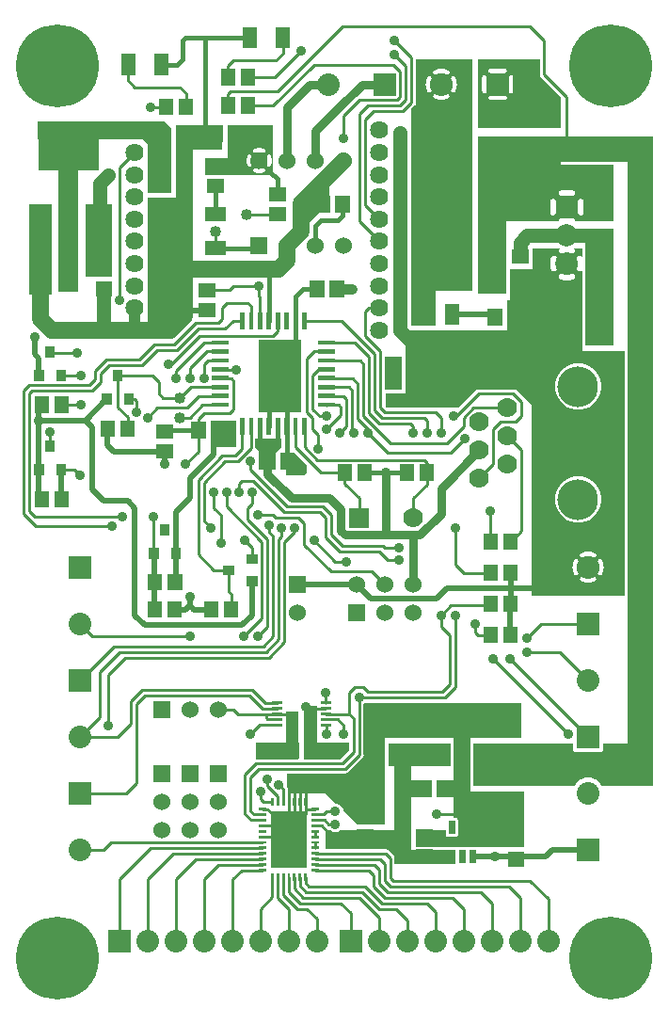
<source format=gbr>
G04 start of page 2 for group 0 idx 0 *
G04 Title: (unknown), component *
G04 Creator: pcb 20110918 *
G04 CreationDate: Sat 02 Feb 2013 07:47:55 PM GMT UTC *
G04 For: petersen *
G04 Format: Gerber/RS-274X *
G04 PCB-Dimensions: 230000 350000 *
G04 PCB-Coordinate-Origin: lower left *
%MOIN*%
%FSLAX25Y25*%
%LNTOP*%
%ADD48C,0.0530*%
%ADD47C,0.0450*%
%ADD46C,0.0280*%
%ADD45C,0.0320*%
%ADD44C,0.1280*%
%ADD43C,0.1285*%
%ADD42C,0.0380*%
%ADD41C,0.0480*%
%ADD40C,0.0360*%
%ADD39R,0.0244X0.0244*%
%ADD38R,0.0945X0.0945*%
%ADD37R,0.0378X0.0378*%
%ADD36R,0.0117X0.0117*%
%ADD35R,0.1240X0.1240*%
%ADD34R,0.0098X0.0098*%
%ADD33R,0.1220X0.1220*%
%ADD32R,0.0560X0.0560*%
%ADD31R,0.0157X0.0157*%
%ADD30R,0.0630X0.0630*%
%ADD29R,0.0360X0.0360*%
%ADD28R,0.0490X0.0490*%
%ADD27R,0.0340X0.0340*%
%ADD26R,0.0512X0.0512*%
%ADD25C,0.0787*%
%ADD24C,0.0640*%
%ADD23C,0.1440*%
%ADD22C,0.0700*%
%ADD21C,0.2937*%
%ADD20C,0.0800*%
%ADD19C,0.0400*%
%ADD18C,0.0600*%
%ADD17C,0.0150*%
%ADD16C,0.0350*%
%ADD15C,0.0300*%
%ADD14C,0.0500*%
%ADD13C,0.0200*%
%ADD12C,0.0100*%
%ADD11C,0.0001*%
G54D11*G36*
X187500Y321000D02*X195500D01*
Y311000D01*
X187500D01*
Y321000D01*
G37*
G36*
X191500Y325879D02*X195500Y321879D01*
Y311000D01*
X191500D01*
Y314704D01*
X194057Y314709D01*
X194210Y314746D01*
X194355Y314806D01*
X194490Y314888D01*
X194609Y314991D01*
X194712Y315110D01*
X194794Y315245D01*
X194854Y315390D01*
X194891Y315543D01*
X194900Y315700D01*
X194891Y319457D01*
X194854Y319610D01*
X194794Y319755D01*
X194712Y319890D01*
X194609Y320009D01*
X194490Y320112D01*
X194355Y320194D01*
X194210Y320254D01*
X194057Y320291D01*
X193900Y320300D01*
X191500Y320296D01*
Y325879D01*
G37*
G36*
X177750Y335500D02*X188000D01*
Y330059D01*
X187995Y330000D01*
X188014Y329765D01*
X188069Y329535D01*
X188159Y329317D01*
X188283Y329116D01*
X188436Y328936D01*
X188481Y328898D01*
X191500Y325879D01*
Y320296D01*
X188943Y320291D01*
X188790Y320254D01*
X188645Y320194D01*
X188510Y320112D01*
X188391Y320009D01*
X188288Y319890D01*
X188206Y319755D01*
X188146Y319610D01*
X188109Y319457D01*
X188100Y319300D01*
X188109Y315543D01*
X188146Y315390D01*
X188206Y315245D01*
X188288Y315110D01*
X188391Y314991D01*
X188510Y314888D01*
X188645Y314806D01*
X188790Y314746D01*
X188943Y314709D01*
X189100Y314700D01*
X191500Y314704D01*
Y311000D01*
X177750D01*
Y323248D01*
X177868Y323257D01*
X177982Y323285D01*
X178092Y323330D01*
X178192Y323391D01*
X178282Y323468D01*
X178359Y323558D01*
X178420Y323658D01*
X178465Y323768D01*
X178493Y323882D01*
X178500Y324000D01*
Y329000D01*
X178493Y329118D01*
X178465Y329232D01*
X178420Y329342D01*
X178359Y329442D01*
X178282Y329532D01*
X178192Y329609D01*
X178092Y329670D01*
X177982Y329715D01*
X177868Y329743D01*
X177750Y329752D01*
Y335500D01*
G37*
G36*
X173000D02*X177750D01*
Y329752D01*
X177632Y329743D01*
X177518Y329715D01*
X177408Y329670D01*
X177308Y329609D01*
X177218Y329532D01*
X177141Y329442D01*
X177080Y329342D01*
X177035Y329232D01*
X177007Y329118D01*
X177000Y329000D01*
Y324000D01*
X177007Y323882D01*
X177035Y323768D01*
X177080Y323658D01*
X177141Y323558D01*
X177218Y323468D01*
X177308Y323391D01*
X177408Y323330D01*
X177518Y323285D01*
X177632Y323257D01*
X177750Y323248D01*
Y311000D01*
X173000D01*
Y321000D01*
X175500D01*
X175618Y321007D01*
X175732Y321035D01*
X175842Y321080D01*
X175942Y321141D01*
X176032Y321218D01*
X176109Y321308D01*
X176170Y321408D01*
X176215Y321518D01*
X176243Y321632D01*
X176252Y321750D01*
X176243Y321868D01*
X176215Y321982D01*
X176170Y322092D01*
X176109Y322192D01*
X176032Y322282D01*
X175942Y322359D01*
X175842Y322420D01*
X175732Y322465D01*
X175618Y322493D01*
X175500Y322500D01*
X173000D01*
Y330500D01*
X175500D01*
X175618Y330507D01*
X175732Y330535D01*
X175842Y330580D01*
X175942Y330641D01*
X176032Y330718D01*
X176109Y330808D01*
X176170Y330908D01*
X176215Y331018D01*
X176243Y331132D01*
X176252Y331250D01*
X176243Y331368D01*
X176215Y331482D01*
X176170Y331592D01*
X176109Y331692D01*
X176032Y331782D01*
X175942Y331859D01*
X175842Y331920D01*
X175732Y331965D01*
X175618Y331993D01*
X175500Y332000D01*
X173000D01*
Y335500D01*
G37*
G36*
X168250D02*X173000D01*
Y332000D01*
X170500D01*
X170382Y331993D01*
X170268Y331965D01*
X170158Y331920D01*
X170058Y331859D01*
X169968Y331782D01*
X169891Y331692D01*
X169830Y331592D01*
X169785Y331482D01*
X169757Y331368D01*
X169748Y331250D01*
X169757Y331132D01*
X169785Y331018D01*
X169830Y330908D01*
X169891Y330808D01*
X169968Y330718D01*
X170058Y330641D01*
X170158Y330580D01*
X170268Y330535D01*
X170382Y330507D01*
X170500Y330500D01*
X173000D01*
Y322500D01*
X170500D01*
X170382Y322493D01*
X170268Y322465D01*
X170158Y322420D01*
X170058Y322359D01*
X169968Y322282D01*
X169891Y322192D01*
X169830Y322092D01*
X169785Y321982D01*
X169757Y321868D01*
X169748Y321750D01*
X169757Y321632D01*
X169785Y321518D01*
X169830Y321408D01*
X169891Y321308D01*
X169968Y321218D01*
X170058Y321141D01*
X170158Y321080D01*
X170268Y321035D01*
X170382Y321007D01*
X170500Y321000D01*
X173000D01*
Y311000D01*
X168250D01*
Y323248D01*
X168368Y323257D01*
X168482Y323285D01*
X168592Y323330D01*
X168692Y323391D01*
X168782Y323468D01*
X168859Y323558D01*
X168920Y323658D01*
X168965Y323768D01*
X168993Y323882D01*
X169000Y324000D01*
Y329000D01*
X168993Y329118D01*
X168965Y329232D01*
X168920Y329342D01*
X168859Y329442D01*
X168782Y329532D01*
X168692Y329609D01*
X168592Y329670D01*
X168482Y329715D01*
X168368Y329743D01*
X168250Y329752D01*
Y335500D01*
G37*
G36*
X166000D02*X168250D01*
Y329752D01*
X168132Y329743D01*
X168018Y329715D01*
X167908Y329670D01*
X167808Y329609D01*
X167718Y329532D01*
X167641Y329442D01*
X167580Y329342D01*
X167535Y329232D01*
X167507Y329118D01*
X167500Y329000D01*
Y324000D01*
X167507Y323882D01*
X167535Y323768D01*
X167580Y323658D01*
X167641Y323558D01*
X167718Y323468D01*
X167808Y323391D01*
X167908Y323330D01*
X168018Y323285D01*
X168132Y323257D01*
X168250Y323248D01*
Y311000D01*
X166000D01*
Y335500D01*
G37*
G36*
X164000Y253500D02*X142500D01*
Y295500D01*
X164000D01*
Y253500D01*
G37*
G36*
X142500Y257000D02*X151000D01*
Y241000D01*
X142500D01*
Y257000D01*
G37*
G36*
X164000Y335500D02*Y253500D01*
X160638D01*
X160645Y253529D01*
X160654Y253686D01*
X160645Y264471D01*
X160608Y264624D01*
X160548Y264769D01*
X160466Y264904D01*
X160363Y265023D01*
X160244Y265126D01*
X160109Y265208D01*
X159964Y265268D01*
X159811Y265305D01*
X159654Y265314D01*
X157493Y265310D01*
Y282359D01*
X161692Y282364D01*
X161922Y282419D01*
X162140Y282509D01*
X162341Y282633D01*
X162521Y282786D01*
X162674Y282966D01*
X162798Y283167D01*
X162888Y283385D01*
X162943Y283615D01*
X162957Y283850D01*
X162943Y290385D01*
X162888Y290615D01*
X162798Y290833D01*
X162674Y291034D01*
X162521Y291214D01*
X162341Y291367D01*
X162140Y291491D01*
X161922Y291581D01*
X161692Y291636D01*
X161457Y291650D01*
X157493Y291646D01*
Y323645D01*
X157578Y323681D01*
X157679Y323743D01*
X157769Y323819D01*
X157845Y323909D01*
X157905Y324011D01*
X158122Y324480D01*
X158289Y324969D01*
X158409Y325472D01*
X158482Y325984D01*
X158506Y326500D01*
X158482Y327016D01*
X158409Y327528D01*
X158289Y328031D01*
X158122Y328520D01*
X157910Y328992D01*
X157849Y329093D01*
X157772Y329184D01*
X157682Y329261D01*
X157580Y329323D01*
X157493Y329360D01*
Y335500D01*
X164000D01*
G37*
G36*
X157493Y291646D02*X153002Y291641D01*
Y320994D01*
X153516Y321018D01*
X154028Y321091D01*
X154531Y321211D01*
X155020Y321378D01*
X155492Y321590D01*
X155593Y321651D01*
X155684Y321728D01*
X155761Y321818D01*
X155823Y321920D01*
X155869Y322029D01*
X155897Y322145D01*
X155906Y322263D01*
X155897Y322381D01*
X155870Y322497D01*
X155824Y322607D01*
X155762Y322708D01*
X155686Y322798D01*
X155595Y322876D01*
X155494Y322938D01*
X155385Y322984D01*
X155269Y323011D01*
X155151Y323021D01*
X155032Y323012D01*
X154917Y322984D01*
X154808Y322937D01*
X154468Y322779D01*
X154112Y322658D01*
X153747Y322570D01*
X153375Y322518D01*
X153002Y322500D01*
Y330500D01*
X153375Y330482D01*
X153747Y330430D01*
X154112Y330342D01*
X154468Y330221D01*
X154810Y330067D01*
X154918Y330020D01*
X155033Y329993D01*
X155151Y329983D01*
X155268Y329993D01*
X155383Y330021D01*
X155492Y330066D01*
X155593Y330128D01*
X155682Y330205D01*
X155759Y330295D01*
X155820Y330395D01*
X155865Y330504D01*
X155893Y330619D01*
X155902Y330737D01*
X155892Y330855D01*
X155865Y330969D01*
X155819Y331078D01*
X155757Y331179D01*
X155681Y331269D01*
X155591Y331345D01*
X155489Y331405D01*
X155020Y331622D01*
X154531Y331789D01*
X154028Y331909D01*
X153516Y331982D01*
X153002Y332006D01*
Y335500D01*
X157493D01*
Y329360D01*
X157471Y329369D01*
X157355Y329397D01*
X157237Y329406D01*
X157119Y329397D01*
X157003Y329370D01*
X156893Y329324D01*
X156792Y329262D01*
X156702Y329186D01*
X156624Y329095D01*
X156562Y328994D01*
X156516Y328885D01*
X156489Y328769D01*
X156479Y328651D01*
X156488Y328532D01*
X156516Y328417D01*
X156563Y328308D01*
X156721Y327968D01*
X156842Y327612D01*
X156930Y327247D01*
X156982Y326875D01*
X157000Y326500D01*
X156982Y326125D01*
X156930Y325753D01*
X156842Y325388D01*
X156721Y325032D01*
X156567Y324690D01*
X156520Y324582D01*
X156493Y324467D01*
X156483Y324349D01*
X156493Y324232D01*
X156521Y324117D01*
X156566Y324008D01*
X156628Y323907D01*
X156705Y323818D01*
X156795Y323741D01*
X156895Y323680D01*
X157004Y323635D01*
X157119Y323607D01*
X157237Y323598D01*
X157355Y323608D01*
X157469Y323635D01*
X157493Y323645D01*
Y291646D01*
G37*
G36*
Y265310D02*X154379Y265305D01*
X154226Y265268D01*
X154081Y265208D01*
X153946Y265126D01*
X153827Y265023D01*
X153724Y264904D01*
X153642Y264769D01*
X153582Y264624D01*
X153545Y264471D01*
X153536Y264314D01*
X153545Y253529D01*
X153552Y253500D01*
X153002D01*
Y282354D01*
X157493Y282359D01*
Y265310D01*
G37*
G36*
X148507Y335500D02*X153002D01*
Y332006D01*
X153000Y332006D01*
X152484Y331982D01*
X151972Y331909D01*
X151469Y331789D01*
X150980Y331622D01*
X150508Y331410D01*
X150407Y331349D01*
X150316Y331272D01*
X150239Y331182D01*
X150177Y331080D01*
X150131Y330971D01*
X150103Y330855D01*
X150094Y330737D01*
X150103Y330619D01*
X150130Y330503D01*
X150176Y330393D01*
X150238Y330292D01*
X150314Y330202D01*
X150405Y330124D01*
X150506Y330062D01*
X150615Y330016D01*
X150731Y329989D01*
X150849Y329979D01*
X150968Y329988D01*
X151083Y330016D01*
X151192Y330063D01*
X151532Y330221D01*
X151888Y330342D01*
X152253Y330430D01*
X152625Y330482D01*
X153000Y330500D01*
X153002Y330500D01*
Y322500D01*
X153000Y322500D01*
X152625Y322518D01*
X152253Y322570D01*
X151888Y322658D01*
X151532Y322779D01*
X151190Y322933D01*
X151082Y322980D01*
X150967Y323007D01*
X150849Y323017D01*
X150732Y323007D01*
X150617Y322979D01*
X150508Y322934D01*
X150407Y322872D01*
X150318Y322795D01*
X150241Y322705D01*
X150180Y322605D01*
X150135Y322496D01*
X150107Y322381D01*
X150098Y322263D01*
X150108Y322145D01*
X150135Y322031D01*
X150181Y321922D01*
X150243Y321821D01*
X150319Y321731D01*
X150409Y321655D01*
X150511Y321595D01*
X150980Y321378D01*
X151469Y321211D01*
X151972Y321091D01*
X152484Y321018D01*
X153000Y320994D01*
X153002Y320994D01*
Y291641D01*
X148623Y291636D01*
X148507Y291608D01*
Y323640D01*
X148529Y323631D01*
X148645Y323603D01*
X148763Y323594D01*
X148881Y323603D01*
X148997Y323630D01*
X149107Y323676D01*
X149208Y323738D01*
X149298Y323814D01*
X149376Y323905D01*
X149438Y324006D01*
X149484Y324115D01*
X149511Y324231D01*
X149521Y324349D01*
X149512Y324468D01*
X149484Y324583D01*
X149437Y324692D01*
X149279Y325032D01*
X149158Y325388D01*
X149070Y325753D01*
X149018Y326125D01*
X149000Y326500D01*
X149018Y326875D01*
X149070Y327247D01*
X149158Y327612D01*
X149279Y327968D01*
X149433Y328310D01*
X149480Y328418D01*
X149507Y328533D01*
X149517Y328651D01*
X149507Y328768D01*
X149479Y328883D01*
X149434Y328992D01*
X149372Y329093D01*
X149295Y329182D01*
X149205Y329259D01*
X149105Y329320D01*
X148996Y329365D01*
X148881Y329393D01*
X148763Y329402D01*
X148645Y329392D01*
X148531Y329365D01*
X148507Y329355D01*
Y335500D01*
G37*
G36*
X153002Y253500D02*X148507D01*
Y282392D01*
X148623Y282364D01*
X148858Y282350D01*
X153002Y282354D01*
Y253500D01*
G37*
G36*
X148507D02*X142500D01*
Y317879D01*
X143519Y318898D01*
X143564Y318936D01*
X143717Y319115D01*
X143717Y319116D01*
X143841Y319317D01*
X143931Y319535D01*
X143986Y319765D01*
X144005Y320000D01*
X144000Y320059D01*
Y335500D01*
X148507D01*
Y329355D01*
X148422Y329319D01*
X148321Y329257D01*
X148231Y329181D01*
X148155Y329091D01*
X148095Y328989D01*
X147878Y328520D01*
X147711Y328031D01*
X147591Y327528D01*
X147518Y327016D01*
X147494Y326500D01*
X147518Y325984D01*
X147591Y325472D01*
X147711Y324969D01*
X147878Y324480D01*
X148090Y324008D01*
X148151Y323907D01*
X148228Y323816D01*
X148318Y323739D01*
X148420Y323677D01*
X148507Y323640D01*
Y291608D01*
X148393Y291581D01*
X148175Y291491D01*
X147974Y291367D01*
X147794Y291214D01*
X147641Y291034D01*
X147517Y290833D01*
X147427Y290615D01*
X147372Y290385D01*
X147358Y290150D01*
X147372Y283615D01*
X147427Y283385D01*
X147517Y283167D01*
X147641Y282966D01*
X147794Y282786D01*
X147974Y282633D01*
X148175Y282509D01*
X148393Y282419D01*
X148507Y282392D01*
Y253500D01*
G37*
G36*
X133500Y217000D02*X145000D01*
Y212000D01*
X133500D01*
Y217000D01*
G37*
G36*
X88500Y190000D02*Y196500D01*
X87000Y198000D01*
Y201000D01*
X96500D01*
Y198000D01*
X94500Y196000D01*
Y190000D01*
X88500D01*
G37*
G36*
X71500Y207500D02*X77000D01*
Y198000D01*
X71500D01*
Y207500D01*
G37*
G36*
X80500D01*
Y198000D01*
X71500D01*
Y207500D01*
G37*
G36*
X105500Y191500D02*Y189000D01*
X104500Y188000D01*
X98000D01*
Y196000D01*
X101000D01*
X105500Y191500D01*
G37*
G36*
X17500Y253000D02*Y299500D01*
X24500D01*
Y253000D01*
X17500D01*
G37*
G36*
X27000Y284000D02*X36500D01*
Y258500D01*
X27000D01*
Y284000D01*
G37*
G36*
X59000Y312000D02*X75500D01*
Y303500D01*
X59000D01*
Y312000D01*
G37*
G36*
X47500Y313500D02*Y307000D01*
X10000D01*
Y313500D01*
X47500D01*
G37*
G36*
X41000Y307000D02*Y313500D01*
X55000D01*
X57500Y311000D01*
Y288000D01*
X49000D01*
Y305500D01*
X47500Y307000D01*
X41000D01*
G37*
G36*
X49000Y286500D02*X60500D01*
Y241000D01*
X49000D01*
Y286500D01*
G37*
G36*
X59000Y297500D02*Y306000D01*
X65000D01*
Y297500D01*
X59000D01*
G37*
G36*
X7000Y284000D02*X15000D01*
Y252000D01*
X7000D01*
Y284000D01*
G37*
G36*
X133000Y218500D02*Y230000D01*
X139000D01*
Y218500D01*
X133000D01*
G37*
G36*
X88500Y236000D02*X103500D01*
Y210500D01*
X88500D01*
Y236000D01*
G37*
G36*
X77500Y312000D02*X84500D01*
Y303500D01*
X77500D01*
Y312000D01*
G37*
G36*
X92113D02*X93500D01*
Y294500D01*
X92113D01*
Y297353D01*
X92156Y297360D01*
X92268Y297397D01*
X92373Y297452D01*
X92468Y297522D01*
X92551Y297606D01*
X92619Y297702D01*
X92670Y297808D01*
X92818Y298216D01*
X92922Y298637D01*
X92984Y299067D01*
X93005Y299500D01*
X92984Y299933D01*
X92922Y300363D01*
X92818Y300784D01*
X92675Y301194D01*
X92622Y301300D01*
X92553Y301396D01*
X92470Y301481D01*
X92375Y301551D01*
X92269Y301606D01*
X92157Y301643D01*
X92113Y301651D01*
Y312000D01*
G37*
G36*
X88502D02*X92113D01*
Y301651D01*
X92040Y301663D01*
X91921Y301664D01*
X91804Y301646D01*
X91691Y301610D01*
X91585Y301557D01*
X91488Y301488D01*
X91404Y301405D01*
X91333Y301309D01*
X91279Y301204D01*
X91241Y301092D01*
X91222Y300975D01*
X91221Y300856D01*
X91239Y300739D01*
X91277Y300626D01*
X91376Y300355D01*
X91444Y300075D01*
X91486Y299789D01*
X91500Y299500D01*
X91486Y299211D01*
X91444Y298925D01*
X91376Y298645D01*
X91280Y298372D01*
X91242Y298261D01*
X91225Y298144D01*
X91225Y298026D01*
X91245Y297909D01*
X91282Y297797D01*
X91336Y297693D01*
X91406Y297598D01*
X91491Y297515D01*
X91587Y297446D01*
X91692Y297393D01*
X91805Y297357D01*
X91921Y297340D01*
X92039Y297341D01*
X92113Y297353D01*
Y294500D01*
X88502D01*
Y294995D01*
X88933Y295016D01*
X89363Y295078D01*
X89784Y295182D01*
X90194Y295325D01*
X90300Y295378D01*
X90396Y295447D01*
X90481Y295530D01*
X90551Y295625D01*
X90606Y295731D01*
X90643Y295843D01*
X90663Y295960D01*
X90664Y296079D01*
X90646Y296196D01*
X90610Y296309D01*
X90557Y296415D01*
X90488Y296512D01*
X90405Y296596D01*
X90309Y296667D01*
X90204Y296721D01*
X90092Y296759D01*
X89975Y296778D01*
X89856Y296779D01*
X89739Y296761D01*
X89626Y296723D01*
X89355Y296624D01*
X89075Y296556D01*
X88789Y296514D01*
X88502Y296500D01*
Y296994D01*
X88814Y297019D01*
X89120Y297092D01*
X89411Y297212D01*
X89679Y297377D01*
X89919Y297581D01*
X90123Y297821D01*
X90288Y298089D01*
X90408Y298380D01*
X90481Y298686D01*
X90506Y299000D01*
X90481Y299314D01*
X90408Y299620D01*
X90288Y299911D01*
X90123Y300179D01*
X89914Y300414D01*
X89371Y300957D01*
X89136Y301166D01*
X88868Y301331D01*
X88577Y301451D01*
X88502Y301469D01*
Y302500D01*
X88789Y302486D01*
X89075Y302444D01*
X89355Y302376D01*
X89628Y302280D01*
X89739Y302242D01*
X89856Y302225D01*
X89974Y302225D01*
X90091Y302245D01*
X90203Y302282D01*
X90307Y302336D01*
X90402Y302406D01*
X90485Y302491D01*
X90554Y302587D01*
X90607Y302692D01*
X90643Y302805D01*
X90660Y302921D01*
X90659Y303039D01*
X90640Y303156D01*
X90603Y303268D01*
X90548Y303373D01*
X90478Y303468D01*
X90394Y303551D01*
X90298Y303619D01*
X90192Y303670D01*
X89784Y303818D01*
X89363Y303922D01*
X88933Y303984D01*
X88502Y304005D01*
Y312000D01*
G37*
G36*
X84887D02*X88502D01*
Y304005D01*
X88500Y304005D01*
X88067Y303984D01*
X87637Y303922D01*
X87216Y303818D01*
X86806Y303675D01*
X86700Y303622D01*
X86604Y303553D01*
X86519Y303470D01*
X86449Y303375D01*
X86394Y303269D01*
X86357Y303157D01*
X86337Y303040D01*
X86336Y302921D01*
X86354Y302804D01*
X86390Y302691D01*
X86443Y302585D01*
X86512Y302488D01*
X86595Y302404D01*
X86691Y302333D01*
X86796Y302279D01*
X86908Y302241D01*
X87025Y302222D01*
X87144Y302221D01*
X87261Y302239D01*
X87374Y302277D01*
X87645Y302376D01*
X87925Y302444D01*
X88211Y302486D01*
X88500Y302500D01*
X88502Y302500D01*
Y301469D01*
X88271Y301524D01*
X87957Y301549D01*
X87643Y301524D01*
X87337Y301451D01*
X87046Y301331D01*
X86778Y301166D01*
X86538Y300962D01*
X86334Y300722D01*
X86169Y300454D01*
X86049Y300163D01*
X85976Y299857D01*
X85951Y299543D01*
X85976Y299229D01*
X86049Y298923D01*
X86169Y298632D01*
X86334Y298364D01*
X86543Y298129D01*
X87086Y297586D01*
X87321Y297377D01*
X87589Y297212D01*
X87880Y297092D01*
X88186Y297019D01*
X88500Y296994D01*
X88502Y296994D01*
Y296500D01*
X88500Y296500D01*
X88211Y296514D01*
X87925Y296556D01*
X87645Y296624D01*
X87372Y296720D01*
X87261Y296758D01*
X87144Y296775D01*
X87026Y296775D01*
X86909Y296755D01*
X86797Y296718D01*
X86693Y296664D01*
X86598Y296594D01*
X86515Y296509D01*
X86446Y296413D01*
X86393Y296308D01*
X86357Y296195D01*
X86340Y296079D01*
X86341Y295961D01*
X86360Y295844D01*
X86397Y295732D01*
X86452Y295627D01*
X86522Y295532D01*
X86606Y295449D01*
X86702Y295381D01*
X86808Y295330D01*
X87216Y295182D01*
X87637Y295078D01*
X88067Y295016D01*
X88500Y294995D01*
X88502Y294995D01*
Y294500D01*
X84887D01*
Y297349D01*
X84960Y297337D01*
X85079Y297336D01*
X85196Y297354D01*
X85309Y297390D01*
X85415Y297443D01*
X85512Y297512D01*
X85596Y297595D01*
X85667Y297691D01*
X85721Y297796D01*
X85759Y297908D01*
X85778Y298025D01*
X85779Y298144D01*
X85761Y298261D01*
X85723Y298374D01*
X85624Y298645D01*
X85556Y298925D01*
X85514Y299211D01*
X85500Y299500D01*
X85514Y299789D01*
X85556Y300075D01*
X85624Y300355D01*
X85720Y300628D01*
X85758Y300739D01*
X85775Y300856D01*
X85775Y300974D01*
X85755Y301091D01*
X85718Y301203D01*
X85664Y301307D01*
X85594Y301402D01*
X85509Y301485D01*
X85413Y301554D01*
X85308Y301607D01*
X85195Y301643D01*
X85079Y301660D01*
X84961Y301659D01*
X84887Y301647D01*
Y312000D01*
G37*
G36*
X83593D02*X84887D01*
Y301647D01*
X84844Y301640D01*
X84732Y301603D01*
X84627Y301548D01*
X84532Y301478D01*
X84449Y301394D01*
X84381Y301298D01*
X84330Y301192D01*
X84182Y300784D01*
X84078Y300363D01*
X84016Y299933D01*
X83995Y299500D01*
X84016Y299067D01*
X84078Y298637D01*
X84182Y298216D01*
X84325Y297806D01*
X84378Y297700D01*
X84447Y297604D01*
X84530Y297519D01*
X84625Y297449D01*
X84731Y297394D01*
X84843Y297357D01*
X84887Y297349D01*
Y294500D01*
X77500D01*
Y305048D01*
X82759Y305057D01*
X82912Y305094D01*
X83057Y305154D01*
X83192Y305236D01*
X83311Y305339D01*
X83414Y305458D01*
X83496Y305593D01*
X83556Y305738D01*
X83593Y305891D01*
X83602Y306048D01*
X83593Y312000D01*
G37*
G36*
X69500Y300500D02*X79500D01*
Y294500D01*
X69500D01*
Y300500D01*
G37*
G36*
X105000Y282500D02*X111000D01*
X105000Y276500D01*
Y282500D01*
G37*
G36*
X113500Y292000D02*Y281000D01*
X102000D01*
Y287000D01*
X113500Y292000D01*
G37*
G36*
X178000Y220000D02*X189500D01*
Y208500D01*
X178000Y220000D01*
G37*
G36*
X158000Y212000D02*Y212263D01*
X158128Y212372D01*
X158435Y212731D01*
X158681Y213134D01*
X158862Y213570D01*
X158972Y214029D01*
X159000Y214500D01*
X158972Y214971D01*
X158862Y215430D01*
X158681Y215866D01*
X158435Y216269D01*
X158128Y216628D01*
X158000Y216737D01*
Y219500D01*
X166500D01*
X159000Y212000D01*
X158000D01*
G37*
G36*
X140500Y227000D02*X148500D01*
Y218000D01*
X140500D01*
Y227000D01*
G37*
G36*
Y239500D02*X193960D01*
X193964Y235093D01*
X194001Y234940D01*
X194061Y234795D01*
X194143Y234660D01*
X194246Y234541D01*
X194365Y234438D01*
X194500Y234356D01*
X194645Y234296D01*
X194798Y234259D01*
X194955Y234250D01*
X200012Y234259D01*
X200165Y234296D01*
X200310Y234356D01*
X200445Y234438D01*
X200564Y234541D01*
X200667Y234660D01*
X200749Y234795D01*
X200809Y234940D01*
X200846Y235093D01*
X200855Y235250D01*
X200850Y239500D01*
X203000D01*
Y227573D01*
X202787Y227624D01*
X201500Y227725D01*
X200213Y227624D01*
X198958Y227323D01*
X197766Y226829D01*
X196665Y226154D01*
X195684Y225316D01*
X194846Y224335D01*
X194171Y223234D01*
X193677Y222042D01*
X193376Y220787D01*
X193275Y219500D01*
X193353Y218500D01*
X178559D01*
X178500Y218505D01*
X178441Y218500D01*
X166559D01*
X166500Y218505D01*
X166441Y218500D01*
X146439D01*
X146496Y218593D01*
X146556Y218738D01*
X146593Y218891D01*
X146602Y219048D01*
X146593Y225109D01*
X146556Y225262D01*
X146496Y225407D01*
X146414Y225542D01*
X146311Y225661D01*
X146192Y225764D01*
X146057Y225846D01*
X145912Y225906D01*
X145759Y225943D01*
X145602Y225952D01*
X140500Y225943D01*
Y239500D01*
G37*
G36*
Y221000D02*X159000D01*
Y212000D01*
X140500D01*
Y221000D01*
G37*
G36*
X187405Y237000D02*X177405D01*
Y261000D01*
X187405D01*
Y237000D01*
G37*
G36*
X165905Y281000D02*X175905D01*
Y252500D01*
X165905D01*
Y281000D01*
G37*
G36*
X166405Y291500D02*X185405D01*
Y282500D01*
X166405D01*
Y291500D01*
G37*
G36*
X164500Y93000D02*X181500D01*
Y85000D01*
X164500D01*
Y93000D01*
G37*
G36*
X202905Y234000D02*X176405D01*
Y250000D01*
X202905D01*
Y234000D01*
G37*
G36*
Y268500D02*Y265412D01*
X202858Y265477D01*
X202748Y265591D01*
X202621Y265685D01*
X202481Y265759D01*
X202332Y265809D01*
X202176Y265836D01*
X202018Y265838D01*
X201861Y265815D01*
X201710Y265768D01*
X201569Y265698D01*
X201439Y265607D01*
X201326Y265496D01*
X201232Y265370D01*
X201158Y265230D01*
X201108Y265080D01*
X201081Y264924D01*
X201079Y264766D01*
X201102Y264610D01*
X201152Y264460D01*
X201278Y264108D01*
X201366Y263744D01*
X201419Y263374D01*
X201437Y263000D01*
X201419Y262626D01*
X201366Y262256D01*
X201278Y261892D01*
X201156Y261539D01*
X201106Y261389D01*
X201083Y261234D01*
X201085Y261076D01*
X201112Y260921D01*
X201162Y260772D01*
X201236Y260633D01*
X201330Y260507D01*
X201442Y260397D01*
X201571Y260306D01*
X201712Y260236D01*
X201862Y260189D01*
X202018Y260167D01*
X202175Y260168D01*
X202331Y260195D01*
X202480Y260246D01*
X202619Y260319D01*
X202745Y260413D01*
X202855Y260525D01*
X202905Y260596D01*
Y237000D01*
X200853D01*
X200846Y243907D01*
X200809Y244060D01*
X200749Y244205D01*
X200667Y244340D01*
X200564Y244459D01*
X200445Y244562D01*
X200310Y244644D01*
X200165Y244704D01*
X200012Y244741D01*
X199855Y244750D01*
X197502Y244746D01*
Y257056D01*
X198064Y257083D01*
X198623Y257163D01*
X199172Y257296D01*
X199706Y257481D01*
X199848Y257550D01*
X199977Y257642D01*
X200091Y257752D01*
X200185Y257879D01*
X200259Y258019D01*
X200309Y258168D01*
X200336Y258324D01*
X200338Y258482D01*
X200315Y258639D01*
X200268Y258790D01*
X200198Y258931D01*
X200107Y259061D01*
X199996Y259174D01*
X199870Y259268D01*
X199730Y259342D01*
X199580Y259392D01*
X199424Y259419D01*
X199266Y259421D01*
X199110Y259398D01*
X198960Y259348D01*
X198608Y259222D01*
X198244Y259134D01*
X197874Y259081D01*
X197502Y259063D01*
Y266937D01*
X197874Y266919D01*
X198244Y266866D01*
X198608Y266778D01*
X198961Y266656D01*
X199111Y266606D01*
X199266Y266583D01*
X199424Y266585D01*
X199579Y266612D01*
X199728Y266662D01*
X199867Y266736D01*
X199993Y266830D01*
X200103Y266942D01*
X200194Y267071D01*
X200264Y267212D01*
X200311Y267362D01*
X200333Y267518D01*
X200332Y267675D01*
X200305Y267831D01*
X200254Y267980D01*
X200181Y268119D01*
X200087Y268245D01*
X199975Y268355D01*
X199846Y268446D01*
X199731Y268500D01*
X202905D01*
G37*
G36*
X197502Y244746D02*X194798Y244741D01*
X194645Y244704D01*
X194500Y244644D01*
X194365Y244562D01*
X194246Y244459D01*
X194143Y244340D01*
X194061Y244205D01*
X194001Y244060D01*
X193964Y243907D01*
X193955Y243750D01*
X193962Y237000D01*
X192739D01*
Y260179D01*
X192824Y260164D01*
X192982Y260162D01*
X193139Y260185D01*
X193290Y260232D01*
X193431Y260302D01*
X193561Y260393D01*
X193674Y260504D01*
X193768Y260630D01*
X193842Y260770D01*
X193892Y260920D01*
X193919Y261076D01*
X193921Y261234D01*
X193898Y261390D01*
X193848Y261540D01*
X193722Y261892D01*
X193634Y262256D01*
X193581Y262626D01*
X193563Y263000D01*
X193581Y263374D01*
X193634Y263744D01*
X193722Y264108D01*
X193844Y264461D01*
X193894Y264611D01*
X193917Y264766D01*
X193915Y264924D01*
X193888Y265079D01*
X193838Y265228D01*
X193764Y265367D01*
X193670Y265493D01*
X193558Y265603D01*
X193429Y265694D01*
X193288Y265764D01*
X193138Y265811D01*
X192982Y265833D01*
X192825Y265832D01*
X192739Y265817D01*
Y268500D01*
X195255D01*
X195152Y268450D01*
X195023Y268358D01*
X194909Y268248D01*
X194815Y268121D01*
X194741Y267981D01*
X194691Y267832D01*
X194664Y267676D01*
X194662Y267518D01*
X194685Y267361D01*
X194732Y267210D01*
X194802Y267069D01*
X194893Y266939D01*
X195004Y266826D01*
X195130Y266732D01*
X195270Y266658D01*
X195420Y266608D01*
X195576Y266581D01*
X195734Y266579D01*
X195890Y266602D01*
X196040Y266652D01*
X196392Y266778D01*
X196756Y266866D01*
X197126Y266919D01*
X197500Y266937D01*
X197502Y266937D01*
Y259063D01*
X197500Y259063D01*
X197126Y259081D01*
X196756Y259134D01*
X196392Y259222D01*
X196039Y259344D01*
X195889Y259394D01*
X195734Y259417D01*
X195576Y259415D01*
X195421Y259388D01*
X195272Y259338D01*
X195133Y259264D01*
X195007Y259170D01*
X194897Y259058D01*
X194806Y258929D01*
X194736Y258788D01*
X194689Y258638D01*
X194667Y258482D01*
X194668Y258325D01*
X194695Y258169D01*
X194746Y258020D01*
X194819Y257881D01*
X194913Y257755D01*
X195025Y257645D01*
X195154Y257554D01*
X195296Y257487D01*
X195828Y257296D01*
X196377Y257163D01*
X196936Y257083D01*
X197500Y257056D01*
X197502Y257056D01*
Y244746D01*
G37*
G36*
X192739Y237000D02*X185405D01*
Y268500D01*
X192739D01*
Y265817D01*
X192669Y265805D01*
X192520Y265754D01*
X192381Y265681D01*
X192255Y265587D01*
X192145Y265475D01*
X192054Y265346D01*
X191987Y265204D01*
X191796Y264672D01*
X191663Y264123D01*
X191583Y263564D01*
X191556Y263000D01*
X191583Y262436D01*
X191663Y261877D01*
X191796Y261328D01*
X191981Y260794D01*
X192050Y260652D01*
X192142Y260523D01*
X192252Y260409D01*
X192379Y260315D01*
X192519Y260241D01*
X192668Y260191D01*
X192739Y260179D01*
Y237000D01*
G37*
G36*
X213905Y275500D02*Y234000D01*
X203905D01*
Y275500D01*
X213905D01*
G37*
G36*
X209493Y232000D02*X218000D01*
Y145500D01*
X209493D01*
Y152645D01*
X209578Y152681D01*
X209679Y152743D01*
X209769Y152819D01*
X209845Y152909D01*
X209905Y153011D01*
X210122Y153480D01*
X210289Y153969D01*
X210409Y154472D01*
X210482Y154984D01*
X210506Y155500D01*
X210482Y156016D01*
X210409Y156528D01*
X210289Y157031D01*
X210122Y157520D01*
X209910Y157992D01*
X209849Y158093D01*
X209772Y158184D01*
X209682Y158261D01*
X209580Y158323D01*
X209493Y158360D01*
Y177666D01*
X209624Y178213D01*
X209700Y179500D01*
X209624Y180787D01*
X209493Y181334D01*
Y217666D01*
X209624Y218213D01*
X209700Y219500D01*
X209624Y220787D01*
X209493Y221334D01*
Y232000D01*
G37*
G36*
Y181334D02*X209323Y182042D01*
X208829Y183234D01*
X208154Y184335D01*
X207316Y185316D01*
X206335Y186154D01*
X205234Y186829D01*
X205002Y186925D01*
Y212075D01*
X205234Y212171D01*
X206335Y212846D01*
X207316Y213684D01*
X208154Y214665D01*
X208829Y215766D01*
X209323Y216958D01*
X209493Y217666D01*
Y181334D01*
G37*
G36*
Y145500D02*X205002D01*
Y149994D01*
X205516Y150018D01*
X206028Y150091D01*
X206531Y150211D01*
X207020Y150378D01*
X207492Y150590D01*
X207593Y150651D01*
X207684Y150728D01*
X207761Y150818D01*
X207823Y150920D01*
X207869Y151029D01*
X207897Y151145D01*
X207906Y151263D01*
X207897Y151381D01*
X207870Y151497D01*
X207824Y151607D01*
X207762Y151708D01*
X207686Y151798D01*
X207595Y151876D01*
X207494Y151938D01*
X207385Y151984D01*
X207269Y152011D01*
X207151Y152021D01*
X207032Y152012D01*
X206917Y151984D01*
X206808Y151937D01*
X206468Y151779D01*
X206112Y151658D01*
X205747Y151570D01*
X205375Y151518D01*
X205002Y151500D01*
Y159500D01*
X205375Y159482D01*
X205747Y159430D01*
X206112Y159342D01*
X206468Y159221D01*
X206810Y159067D01*
X206918Y159020D01*
X207033Y158993D01*
X207151Y158983D01*
X207268Y158993D01*
X207383Y159021D01*
X207492Y159066D01*
X207593Y159128D01*
X207682Y159205D01*
X207759Y159295D01*
X207820Y159395D01*
X207865Y159504D01*
X207893Y159619D01*
X207902Y159737D01*
X207892Y159855D01*
X207865Y159969D01*
X207819Y160078D01*
X207757Y160179D01*
X207681Y160269D01*
X207591Y160345D01*
X207489Y160405D01*
X207020Y160622D01*
X206531Y160789D01*
X206028Y160909D01*
X205516Y160982D01*
X205002Y161006D01*
Y172075D01*
X205234Y172171D01*
X206335Y172846D01*
X207316Y173684D01*
X208154Y174665D01*
X208829Y175766D01*
X209323Y176958D01*
X209493Y177666D01*
Y158360D01*
X209471Y158369D01*
X209355Y158397D01*
X209237Y158406D01*
X209119Y158397D01*
X209003Y158370D01*
X208893Y158324D01*
X208792Y158262D01*
X208702Y158186D01*
X208624Y158095D01*
X208562Y157994D01*
X208516Y157885D01*
X208489Y157769D01*
X208479Y157651D01*
X208488Y157532D01*
X208516Y157417D01*
X208563Y157308D01*
X208721Y156968D01*
X208842Y156612D01*
X208930Y156247D01*
X208982Y155875D01*
X209000Y155500D01*
X208982Y155125D01*
X208930Y154753D01*
X208842Y154388D01*
X208721Y154032D01*
X208567Y153690D01*
X208520Y153582D01*
X208493Y153467D01*
X208483Y153349D01*
X208493Y153232D01*
X208521Y153117D01*
X208566Y153008D01*
X208628Y152907D01*
X208705Y152818D01*
X208795Y152741D01*
X208895Y152680D01*
X209004Y152635D01*
X209119Y152607D01*
X209237Y152598D01*
X209355Y152608D01*
X209469Y152635D01*
X209493Y152645D01*
Y145500D01*
G37*
G36*
X205002Y232000D02*X209493D01*
Y221334D01*
X209323Y222042D01*
X208829Y223234D01*
X208154Y224335D01*
X207316Y225316D01*
X206335Y226154D01*
X205234Y226829D01*
X205002Y226925D01*
Y232000D01*
G37*
G36*
X200507Y171353D02*X201500Y171275D01*
X202787Y171376D01*
X204042Y171677D01*
X205002Y172075D01*
Y161006D01*
X205000Y161006D01*
X204484Y160982D01*
X203972Y160909D01*
X203469Y160789D01*
X202980Y160622D01*
X202508Y160410D01*
X202407Y160349D01*
X202316Y160272D01*
X202239Y160182D01*
X202177Y160080D01*
X202131Y159971D01*
X202103Y159855D01*
X202094Y159737D01*
X202103Y159619D01*
X202130Y159503D01*
X202176Y159393D01*
X202238Y159292D01*
X202314Y159202D01*
X202405Y159124D01*
X202506Y159062D01*
X202615Y159016D01*
X202731Y158989D01*
X202849Y158979D01*
X202968Y158988D01*
X203083Y159016D01*
X203192Y159063D01*
X203532Y159221D01*
X203888Y159342D01*
X204253Y159430D01*
X204625Y159482D01*
X205000Y159500D01*
X205002Y159500D01*
Y151500D01*
X205000Y151500D01*
X204625Y151518D01*
X204253Y151570D01*
X203888Y151658D01*
X203532Y151779D01*
X203190Y151933D01*
X203082Y151980D01*
X202967Y152007D01*
X202849Y152017D01*
X202732Y152007D01*
X202617Y151979D01*
X202508Y151934D01*
X202407Y151872D01*
X202318Y151795D01*
X202241Y151705D01*
X202180Y151605D01*
X202135Y151496D01*
X202107Y151381D01*
X202098Y151263D01*
X202108Y151145D01*
X202135Y151031D01*
X202181Y150922D01*
X202243Y150821D01*
X202319Y150731D01*
X202409Y150655D01*
X202511Y150595D01*
X202980Y150378D01*
X203469Y150211D01*
X203972Y150091D01*
X204484Y150018D01*
X205000Y149994D01*
X205002Y149994D01*
Y145500D01*
X200507D01*
Y152640D01*
X200529Y152631D01*
X200645Y152603D01*
X200763Y152594D01*
X200881Y152603D01*
X200997Y152630D01*
X201107Y152676D01*
X201208Y152738D01*
X201298Y152814D01*
X201376Y152905D01*
X201438Y153006D01*
X201484Y153115D01*
X201511Y153231D01*
X201521Y153349D01*
X201512Y153468D01*
X201484Y153583D01*
X201437Y153692D01*
X201279Y154032D01*
X201158Y154388D01*
X201070Y154753D01*
X201018Y155125D01*
X201000Y155500D01*
X201018Y155875D01*
X201070Y156247D01*
X201158Y156612D01*
X201279Y156968D01*
X201433Y157310D01*
X201480Y157418D01*
X201507Y157533D01*
X201517Y157651D01*
X201507Y157768D01*
X201479Y157883D01*
X201434Y157992D01*
X201372Y158093D01*
X201295Y158182D01*
X201205Y158259D01*
X201105Y158320D01*
X200996Y158365D01*
X200881Y158393D01*
X200763Y158402D01*
X200645Y158392D01*
X200531Y158365D01*
X200507Y158355D01*
Y171353D01*
G37*
G36*
Y211353D02*X201500Y211275D01*
X202787Y211376D01*
X204042Y211677D01*
X205002Y212075D01*
Y186925D01*
X204042Y187323D01*
X202787Y187624D01*
X201500Y187725D01*
X200507Y187647D01*
Y211353D01*
G37*
G36*
Y232000D02*X205002D01*
Y226925D01*
X204042Y227323D01*
X202787Y227624D01*
X201500Y227725D01*
X200507Y227647D01*
Y232000D01*
G37*
G36*
X185000Y145500D02*Y232000D01*
X200507D01*
Y227647D01*
X200213Y227624D01*
X198958Y227323D01*
X197766Y226829D01*
X196665Y226154D01*
X195684Y225316D01*
X194846Y224335D01*
X194171Y223234D01*
X193677Y222042D01*
X193376Y220787D01*
X193275Y219500D01*
X193376Y218213D01*
X193677Y216958D01*
X194171Y215766D01*
X194846Y214665D01*
X195684Y213684D01*
X196665Y212846D01*
X197766Y212171D01*
X198958Y211677D01*
X200213Y211376D01*
X200507Y211353D01*
Y187647D01*
X200213Y187624D01*
X198958Y187323D01*
X197766Y186829D01*
X196665Y186154D01*
X195684Y185316D01*
X194846Y184335D01*
X194171Y183234D01*
X193677Y182042D01*
X193376Y180787D01*
X193275Y179500D01*
X193376Y178213D01*
X193677Y176958D01*
X194171Y175766D01*
X194846Y174665D01*
X195684Y173684D01*
X196665Y172846D01*
X197766Y172171D01*
X198958Y171677D01*
X200213Y171376D01*
X200507Y171353D01*
Y158355D01*
X200422Y158319D01*
X200321Y158257D01*
X200231Y158181D01*
X200155Y158091D01*
X200095Y157989D01*
X199878Y157520D01*
X199711Y157031D01*
X199591Y156528D01*
X199518Y156016D01*
X199494Y155500D01*
X199518Y154984D01*
X199591Y154472D01*
X199711Y153969D01*
X199878Y153480D01*
X200090Y153008D01*
X200151Y152907D01*
X200228Y152816D01*
X200318Y152739D01*
X200420Y152677D01*
X200507Y152640D01*
Y145500D01*
X185000D01*
G37*
G36*
X219000Y308000D02*X228000D01*
Y78000D01*
X219000D01*
Y308000D01*
G37*
G36*
X164500Y93000D02*X199511D01*
X199514Y91265D01*
X199569Y91035D01*
X199659Y90817D01*
X199783Y90616D01*
X199936Y90436D01*
X200116Y90283D01*
X200317Y90159D01*
X200535Y90069D01*
X200765Y90014D01*
X201000Y90000D01*
X209235Y90014D01*
X209465Y90069D01*
X209683Y90159D01*
X209884Y90283D01*
X210064Y90436D01*
X210217Y90616D01*
X210341Y90817D01*
X210431Y91035D01*
X210486Y91265D01*
X210500Y91500D01*
X210497Y93000D01*
X228000D01*
Y78000D01*
X209918D01*
X209916Y78005D01*
X209463Y78743D01*
X208901Y79401D01*
X208243Y79963D01*
X207505Y80416D01*
X206705Y80747D01*
X205863Y80949D01*
X205000Y81017D01*
X204137Y80949D01*
X203295Y80747D01*
X202495Y80416D01*
X201757Y79963D01*
X201099Y79401D01*
X200537Y78743D01*
X200084Y78005D01*
X200082Y78000D01*
X164500D01*
Y93000D01*
G37*
G36*
X202437Y298000D02*X214000D01*
Y278000D01*
X202437D01*
Y280060D01*
X202594Y280072D01*
X202747Y280109D01*
X202892Y280169D01*
X203027Y280251D01*
X203146Y280354D01*
X203249Y280473D01*
X203331Y280608D01*
X203391Y280753D01*
X203428Y280906D01*
X203437Y281063D01*
Y284937D01*
X203428Y285094D01*
X203391Y285247D01*
X203331Y285392D01*
X203249Y285527D01*
X203146Y285646D01*
X203027Y285749D01*
X202892Y285831D01*
X202747Y285891D01*
X202594Y285928D01*
X202437Y285940D01*
Y298000D01*
G37*
G36*
X197500D02*X202437D01*
Y285940D01*
X202280Y285928D01*
X202127Y285891D01*
X201982Y285831D01*
X201847Y285749D01*
X201728Y285646D01*
X201625Y285527D01*
X201543Y285392D01*
X201483Y285247D01*
X201446Y285094D01*
X201437Y284937D01*
Y281063D01*
X201446Y280906D01*
X201483Y280753D01*
X201543Y280608D01*
X201625Y280473D01*
X201728Y280354D01*
X201847Y280251D01*
X201982Y280169D01*
X202127Y280109D01*
X202280Y280072D01*
X202437Y280060D01*
Y278000D01*
X200435D01*
X200440Y278063D01*
X200428Y278220D01*
X200391Y278373D01*
X200331Y278518D01*
X200249Y278653D01*
X200146Y278772D01*
X200027Y278875D01*
X199892Y278957D01*
X199747Y279017D01*
X199594Y279054D01*
X199437Y279063D01*
X197500D01*
Y286937D01*
X199437D01*
X199594Y286946D01*
X199747Y286983D01*
X199892Y287043D01*
X200027Y287125D01*
X200146Y287228D01*
X200249Y287347D01*
X200331Y287482D01*
X200391Y287627D01*
X200428Y287780D01*
X200440Y287937D01*
X200428Y288094D01*
X200391Y288247D01*
X200331Y288392D01*
X200249Y288527D01*
X200146Y288646D01*
X200027Y288749D01*
X199892Y288831D01*
X199747Y288891D01*
X199594Y288928D01*
X199437Y288937D01*
X197500D01*
Y298000D01*
G37*
G36*
X192563Y308000D02*X195500D01*
Y298000D01*
X197500D01*
Y288937D01*
X195563D01*
X195406Y288928D01*
X195253Y288891D01*
X195108Y288831D01*
X194973Y288749D01*
X194854Y288646D01*
X194751Y288527D01*
X194669Y288392D01*
X194609Y288247D01*
X194572Y288094D01*
X194560Y287937D01*
X194572Y287780D01*
X194609Y287627D01*
X194669Y287482D01*
X194751Y287347D01*
X194854Y287228D01*
X194973Y287125D01*
X195108Y287043D01*
X195253Y286983D01*
X195406Y286946D01*
X195563Y286937D01*
X197500D01*
Y279063D01*
X195563D01*
X195406Y279054D01*
X195253Y279017D01*
X195108Y278957D01*
X194973Y278875D01*
X194854Y278772D01*
X194751Y278653D01*
X194669Y278518D01*
X194609Y278373D01*
X194572Y278220D01*
X194560Y278063D01*
X194565Y278000D01*
X192563D01*
Y280060D01*
X192720Y280072D01*
X192873Y280109D01*
X193018Y280169D01*
X193153Y280251D01*
X193272Y280354D01*
X193375Y280473D01*
X193457Y280608D01*
X193517Y280753D01*
X193554Y280906D01*
X193563Y281063D01*
Y284937D01*
X193554Y285094D01*
X193517Y285247D01*
X193457Y285392D01*
X193375Y285527D01*
X193272Y285646D01*
X193153Y285749D01*
X193018Y285831D01*
X192873Y285891D01*
X192720Y285928D01*
X192563Y285940D01*
Y308000D01*
G37*
G36*
X165905D02*X192563D01*
Y285940D01*
X192406Y285928D01*
X192253Y285891D01*
X192108Y285831D01*
X191973Y285749D01*
X191854Y285646D01*
X191751Y285527D01*
X191669Y285392D01*
X191609Y285247D01*
X191572Y285094D01*
X191563Y284937D01*
Y281063D01*
X191572Y280906D01*
X191609Y280753D01*
X191669Y280608D01*
X191751Y280473D01*
X191854Y280354D01*
X191973Y280251D01*
X192108Y280169D01*
X192253Y280109D01*
X192406Y280072D01*
X192563Y280060D01*
Y278000D01*
X165905D01*
Y308000D01*
G37*
G36*
X193000Y299000D02*Y308000D01*
X228000D01*
Y299000D01*
X193000D01*
G37*
G36*
X135500Y93000D02*X156500D01*
Y85000D01*
X135500D01*
Y93000D01*
G37*
G36*
X136000Y107500D02*X181500D01*
Y95000D01*
X136000D01*
Y107500D01*
G37*
G36*
X125970D02*X138500D01*
Y95000D01*
X125500D01*
Y107135D01*
X125651Y107228D01*
X125970Y107500D01*
G37*
G36*
X133000D01*
Y64500D01*
X123000D01*
Y85879D01*
X125019Y87898D01*
X125064Y87936D01*
X125217Y88115D01*
X125217Y88116D01*
X125341Y88317D01*
X125431Y88535D01*
X125486Y88765D01*
X125505Y89000D01*
X125500Y89059D01*
Y107135D01*
X125651Y107228D01*
X125970Y107500D01*
G37*
G36*
X123000Y64500D02*X118287Y69213D01*
X118274Y69439D01*
X118171Y69868D01*
X118003Y70275D01*
X117772Y70651D01*
X117486Y70986D01*
X117151Y71272D01*
X116775Y71503D01*
X116368Y71671D01*
X115939Y71774D01*
X115708Y71792D01*
X112000Y75500D01*
Y77000D01*
X124500D01*
Y64500D01*
X123000D01*
G37*
G36*
X98500Y82500D02*X118941D01*
X119000Y82495D01*
X119059Y82500D01*
X126000D01*
Y75500D01*
X98531D01*
Y76910D01*
X98536Y76969D01*
X98517Y77204D01*
X98500Y77276D01*
Y82500D01*
G37*
G36*
X128000Y78000D02*X118000D01*
Y82500D01*
X118941D01*
X119000Y82495D01*
X119235Y82514D01*
X119235Y82514D01*
X119465Y82569D01*
X119683Y82659D01*
X119884Y82783D01*
X120064Y82936D01*
X120102Y82981D01*
X123621Y86500D01*
X128000D01*
Y78000D01*
G37*
G36*
X104500Y87500D02*Y93500D01*
X120500D01*
Y90621D01*
X117379Y87500D01*
X104500D01*
G37*
G36*
Y106500D01*
X109000D01*
Y87500D01*
X104500D01*
G37*
G36*
X102500D02*X98000D01*
Y104500D01*
X102500D01*
Y87500D01*
G37*
G36*
X87500Y93500D02*X102500D01*
Y87500D01*
X87559D01*
X87500Y87505D01*
Y93500D01*
G37*
G36*
X157500Y96500D02*X163500D01*
Y65500D01*
X158972D01*
X158971Y65874D01*
X158934Y66027D01*
X158874Y66173D01*
X158792Y66307D01*
X158690Y66427D01*
X158570Y66529D01*
X158436Y66611D01*
X158290Y66671D01*
X158137Y66708D01*
X157980Y66718D01*
X157500Y66716D01*
Y96500D01*
G37*
G36*
X134500Y85000D02*Y93000D01*
X139000D01*
Y85000D01*
X134500D01*
G37*
G36*
X136500Y53500D02*Y87500D01*
X142500D01*
Y53500D01*
X136500D01*
G37*
G36*
Y80000D02*X149500D01*
Y74000D01*
X136500D01*
Y80000D01*
G37*
G36*
X142500Y62500D02*Y55500D01*
X133910D01*
X133886Y55510D01*
X133656Y55565D01*
X133421Y55584D01*
X133362Y55579D01*
X112000D01*
Y62500D01*
X113530D01*
X113849Y62228D01*
X114225Y61997D01*
X114632Y61829D01*
X115061Y61726D01*
X115500Y61691D01*
X115939Y61726D01*
X116368Y61829D01*
X116775Y61997D01*
X117151Y62228D01*
X117470Y62500D01*
X142500D01*
G37*
G36*
X151500Y80000D02*X162500D01*
Y74000D01*
X151500D01*
Y80000D01*
G37*
G36*
X158500Y76000D02*X182500D01*
Y60500D01*
X158892D01*
X158934Y60604D01*
X158971Y60757D01*
X158980Y60914D01*
X158971Y65874D01*
X158934Y66027D01*
X158874Y66173D01*
X158792Y66307D01*
X158690Y66427D01*
X158570Y66529D01*
X158500Y66572D01*
Y76000D01*
G37*
G36*
X133910Y55500D02*X158000D01*
Y50500D01*
X136500D01*
Y52441D01*
X136505Y52500D01*
X136486Y52735D01*
X136486Y52735D01*
X136431Y52965D01*
X136341Y53183D01*
X136217Y53384D01*
X136064Y53564D01*
X136019Y53602D01*
X134523Y55098D01*
X134485Y55143D01*
X134305Y55296D01*
X134104Y55420D01*
X133910Y55500D01*
G37*
G36*
X144000Y62500D02*X154546D01*
X154549Y60757D01*
X154586Y60604D01*
X154646Y60458D01*
X154728Y60324D01*
X154830Y60204D01*
X154950Y60102D01*
X155084Y60020D01*
X155230Y59960D01*
X155383Y59923D01*
X155540Y59914D01*
X158137Y59923D01*
X158290Y59960D01*
X158436Y60020D01*
X158570Y60102D01*
X158690Y60204D01*
X158792Y60324D01*
X158874Y60458D01*
X158934Y60604D01*
X158971Y60757D01*
X158980Y60914D01*
X158978Y62500D01*
X182500D01*
Y56500D01*
X144000D01*
Y62500D01*
G37*
G54D12*X171500Y123000D02*X198000Y96500D01*
X177500Y123000D02*X205000Y95500D01*
X195000Y125500D02*X205000Y115500D01*
X183500Y125500D02*X195000D01*
X188500Y135500D02*X205000D01*
X183500Y130500D02*X188500Y135500D01*
G54D13*X177500Y132000D02*X177543Y153457D01*
G54D12*X181500Y168457D02*Y197000D01*
X191000Y23000D02*Y38000D01*
X184500Y44500D01*
X181000Y23000D02*Y38500D01*
X177000Y42500D01*
G54D13*X205000Y55500D02*X192500D01*
X190000Y53000D01*
X164240D01*
G54D12*X197500Y322000D02*X189500Y330000D01*
Y342000D01*
X184500Y347000D01*
G54D14*X180905Y265638D02*X181000Y265543D01*
X197405Y273000D02*X209905D01*
X183405D02*X180905Y270500D01*
X197500Y273000D02*X183405D01*
X180905Y270500D02*Y265638D01*
G54D12*X197500Y322000D02*Y306000D01*
G54D15*X153000Y183500D02*X166500Y197000D01*
X153000Y174500D02*Y183500D01*
G54D12*X171500Y192000D02*X166500Y187000D01*
X171500Y204500D02*Y192000D01*
X174000Y207000D02*X171500Y204500D01*
X179500Y207000D02*X174000D01*
X181500Y209000D02*X179500Y207000D01*
X181500Y214000D02*Y209000D01*
X164500Y212000D02*X176500D01*
X178500Y217000D02*X181500Y214000D01*
X156500Y196000D02*X161500Y201000D01*
X157500Y209000D02*X158500D01*
X161000Y205500D02*Y208500D01*
Y205500D02*X155000Y199500D01*
X153000Y208500D02*Y203000D01*
X158500Y209000D02*X166500Y217000D01*
X161000Y208500D02*X164500Y212000D01*
X166500Y217000D02*X178500D01*
X134000Y196000D02*X156500D01*
X151000Y210500D02*X153000Y208500D01*
X131000Y206500D02*X142000D01*
X132000Y208500D02*X147000D01*
X143000Y205500D02*Y203000D01*
X142000Y206500D02*X143000Y205500D01*
X147000Y208500D02*X148000Y207500D01*
X133000Y210500D02*X151000D01*
X148000Y207500D02*Y203000D01*
Y204000D01*
X125500Y209000D02*X135000Y199500D01*
G54D13*X170957Y245000D02*X156905D01*
G54D12*X127256Y247256D02*X126000Y246000D01*
X131000Y247256D02*X127256D01*
G54D16*X121500Y254000D02*X116043D01*
G54D12*X78043Y253543D02*X79500Y255000D01*
X127500Y230000D02*Y210000D01*
X129500Y231000D02*Y211000D01*
X124275Y228725D02*X125500Y227500D01*
Y209000D02*Y227500D01*
X131500Y212000D02*X133000Y210500D01*
X131500Y232000D02*Y212000D01*
X122476Y235024D02*X127500Y230000D01*
G54D14*X138500Y239500D02*X144000Y234000D01*
G54D12*X126000Y237500D02*X131500Y232000D01*
X117721Y242779D02*X129500Y231000D01*
X126000Y246000D02*Y237500D01*
X118374Y216126D02*X119500Y215000D01*
X112279Y216126D02*X118374D01*
X112279Y219276D02*X120224D01*
X112279Y235024D02*X122476D01*
X112279Y231874D02*X107874D01*
X105500Y229500D01*
X112279Y222425D02*X121575D01*
X112279Y225575D02*X109575D01*
X112279Y228725D02*X124275D01*
X107500Y223500D02*Y211500D01*
G54D17*X101374Y234126D02*X101500Y234000D01*
X101374Y242779D02*Y234126D01*
G54D12*X104523Y242779D02*X113221D01*
X117721D01*
X107500Y211500D02*X110000Y209000D01*
X138500Y319000D02*X127000D01*
X124000Y321000D02*X118500Y315500D01*
X137500Y321000D02*X124000D01*
X139500Y317000D02*X129000D01*
X127000Y319000D02*X124000Y316000D01*
X126000Y314000D02*X129000Y317000D01*
X118500Y315500D02*Y307500D01*
G54D15*X116500Y318000D02*X108500Y310000D01*
G54D12*X142500Y320000D02*X139500Y317000D01*
X138500Y322000D02*X137500Y321000D01*
X140500D02*X138500Y319000D01*
X136000Y333500D02*X138500Y331000D01*
X108000Y333500D02*X136000D01*
X184500Y347000D02*X118000D01*
X142500Y336000D02*X136500Y342000D01*
X138500Y331000D02*Y322000D01*
X140500Y321000D02*Y333000D01*
X142500Y320000D02*Y336000D01*
X140500Y333000D02*X136500Y337000D01*
G54D15*X116500Y318000D02*X125000Y326500D01*
X133000D01*
G54D12*X126000Y283752D02*Y314000D01*
X124000Y316000D02*Y277878D01*
X131000Y278752D02*X126000Y283752D01*
X124000Y277878D02*X131000Y270878D01*
G54D14*X138500Y309500D02*Y239500D01*
G54D12*X97000Y342905D02*X96905Y343000D01*
X97000Y337500D02*Y342905D01*
G54D15*X98500Y318500D02*X106500Y326500D01*
X113000D01*
G54D12*X108000Y333500D02*X93500Y319000D01*
X94000Y329000D02*X103500Y338500D01*
X77500Y333000D02*X79500Y335000D01*
X84586Y329000D02*X94000D01*
X79500Y335000D02*X94500D01*
X97000Y337500D01*
X77500Y328000D02*Y333000D01*
X118000Y347000D02*X95000Y324000D01*
X78500D01*
X77500Y323000D01*
Y319043D01*
G54D18*X118500Y299500D02*X103500Y284500D01*
G54D17*X111000Y284086D02*X110914Y284000D01*
G54D15*X108500Y310000D02*Y299500D01*
G54D17*X118000Y280000D02*X116500Y278500D01*
X110500D02*X116500D01*
X108500Y276500D02*X110500Y278500D01*
X118000Y284000D02*Y280000D01*
G54D18*X98500Y264000D02*X95500Y261000D01*
X98500Y269500D02*Y264000D01*
G54D17*X91925Y242779D02*Y260925D01*
X92000Y261000D01*
G54D18*X103500Y274500D02*X98500Y269500D01*
G54D17*X108500Y269000D02*Y276500D01*
G54D18*X103500Y284500D02*Y274500D01*
G54D17*X95000Y287500D02*Y293000D01*
X92500Y295500D01*
G54D12*X84086Y280414D02*X95000D01*
G54D13*X87957Y299543D02*X88500Y299000D01*
G54D15*X98500Y299500D02*Y318500D01*
G54D12*X93500Y319000D02*X84543D01*
X119500Y215000D02*Y205500D01*
X117000Y203000D01*
X117500Y212000D02*Y209500D01*
X121500Y218000D02*Y203500D01*
X123500Y220500D02*Y208000D01*
X120224Y219276D02*X121500Y218000D01*
X121575Y222425D02*X123500Y220500D01*
Y208000D02*X127000Y204500D01*
X127500Y210000D02*X131000Y206500D01*
X129500Y211000D02*X132000Y208500D01*
X121500Y203500D02*X122000Y203000D01*
X127000Y204500D02*Y203000D01*
X110000Y209000D02*X112500D01*
X116523Y212977D02*X117500Y212000D01*
X112279Y212977D02*X116523D01*
X117500Y209500D02*X112500Y204500D01*
Y212756D02*X112279Y212977D01*
X118808Y184980D02*X123894Y179894D01*
X118808Y189000D02*Y184980D01*
X123894Y173000D02*Y179894D01*
G54D15*X113500Y180000D02*X117500Y176000D01*
X100000Y180000D02*X113500D01*
G54D12*X110500Y189000D02*X118808D01*
X107500Y208500D02*Y204500D01*
X109500Y202500D01*
X104524Y205221D02*Y197976D01*
X101374Y205221D02*Y198126D01*
G54D17*X98225Y211725D02*Y193318D01*
G54D12*X105500Y210500D02*X107500Y208500D01*
X109575Y225575D02*X107500Y223500D01*
X105500Y229500D02*Y210500D01*
X109500Y202500D02*Y197500D01*
X104524Y197976D02*X109000Y193500D01*
X101374Y198126D02*X110500Y189000D01*
G54D17*X104000Y254000D02*X108957D01*
X101374Y251374D02*X104000Y254000D01*
X101374Y242779D02*Y251374D01*
G54D12*X79500Y221500D02*Y212000D01*
X78575Y222425D02*X79500Y221500D01*
Y212000D02*Y211500D01*
G54D17*X91925Y205221D02*X92000Y214000D01*
G54D12*X95063Y72386D02*Y74437D01*
X91500Y78000D01*
Y80500D01*
X97031Y76969D02*X95500Y78500D01*
X97031Y72386D02*Y76969D01*
X89000Y73500D02*Y76000D01*
X90114Y72386D02*X89000Y73500D01*
X93094Y72386D02*X90114D01*
X91500Y69827D02*X93327Y68000D01*
X151500D02*X160500D01*
X124000Y109500D02*Y89000D01*
X119000Y84000D01*
X118000Y86000D02*X122000Y90000D01*
X112000Y111000D02*Y107500D01*
X112500Y96500D02*Y99564D01*
X112161Y101532D02*X116468D01*
X118500Y99500D01*
Y96500D01*
X112161Y103500D02*X120500D01*
X122000Y90000D02*Y102000D01*
X120500Y103500D01*
Y111000D02*Y103500D01*
X153500Y111500D02*X127000D01*
X125500Y113000D01*
X122500D01*
X120500Y111000D01*
X112161Y105468D02*X106500Y105500D01*
X94839Y103500D02*X100500D01*
X94839Y101532D02*X91468D01*
X91000Y102000D01*
X94839Y103500D02*X81000D01*
X79500Y105000D01*
X91000Y102000D02*Y103500D01*
X94839Y99564D02*X88564D01*
X85500Y96500D01*
X94839Y105468D02*X89532D01*
X94839Y107436D02*X90564D01*
X89532Y105468D02*X85000Y110000D01*
X90564Y107436D02*X86000Y112000D01*
X92000Y123500D02*X41000D01*
X79500Y105000D02*X74000D01*
X85000Y110000D02*X48000D01*
X45000Y107000D01*
X86000Y112000D02*X47000D01*
X43000Y108000D01*
X91000Y125500D02*X39000D01*
X90000Y127500D02*X37000D01*
X64000Y131000D02*X29500D01*
G54D13*X48000Y135000D02*X82500D01*
G54D12*X111000Y177000D02*X114000Y174000D01*
Y167000D01*
X112000Y173000D02*Y166000D01*
G54D15*X117500Y168500D02*X119000Y167000D01*
X117500Y176000D02*Y168500D01*
G54D12*X98500Y177000D02*X111000D01*
X102500Y173000D02*X94500D01*
X110000Y175000D02*X112000Y173000D01*
X119500Y157500D02*X115500D01*
X117000Y161000D02*X131000D01*
X104500Y171000D02*X102500Y173000D01*
X104500Y163500D02*Y171000D01*
X101000Y168000D02*X97500Y164500D01*
X101000Y169500D02*Y168000D01*
X95500Y165500D02*X96500Y166500D01*
Y169500D01*
X114000Y154000D02*X128500D01*
G54D13*X123000Y149500D02*X128000Y144500D01*
G54D12*X104500Y163500D02*X114000Y154000D01*
X115500Y157500D02*X108000Y165000D01*
X112000Y166000D02*X117000Y161000D01*
X95500Y165500D02*Y130000D01*
X97500Y129000D02*X92000Y123500D01*
X95500Y130000D02*X91000Y125500D01*
X93500Y131000D02*X90000Y127500D01*
X91500Y134500D02*X88000Y131000D01*
X89500Y137500D02*X83000Y131000D01*
X97500Y164500D02*Y129000D01*
X93500Y166500D02*X92000Y168000D01*
X93500Y131000D02*Y166500D01*
X91500Y165500D02*Y134500D01*
X89500Y164500D02*Y137500D01*
G54D13*X82500Y135000D02*X86000Y138500D01*
G54D12*X83500Y165000D02*X86000Y162500D01*
Y158300D01*
X69000Y172000D02*X71500Y169500D01*
G54D13*X59000Y150557D02*Y175000D01*
G54D12*X51200Y160500D02*X51000Y160700D01*
Y173500D01*
G54D13*X59000Y150557D02*X58643Y150200D01*
X44500Y138500D02*Y176500D01*
G54D12*X77700Y154500D02*X77800Y154400D01*
X72500Y154500D02*X77700D01*
X67000Y160000D02*X72500Y154500D01*
X77800Y146700D02*Y154400D01*
X77900Y154500D02*X77800Y154400D01*
G54D13*X71457Y140500D02*X65500D01*
G54D12*X78543D02*Y145957D01*
X71200Y140757D02*X71457Y140500D01*
G54D13*X44500Y138500D02*X48000Y135000D01*
X51200Y140557D02*X51557Y140200D01*
X51200Y160500D02*Y140557D01*
G54D12*X78543Y145957D02*X77800Y146700D01*
G54D13*X65500Y140500D02*X64000Y142000D01*
X62200Y140200D02*X64000Y142000D01*
X58643Y140200D02*X62200D01*
X64000Y142000D02*Y145000D01*
G54D12*X81500Y182000D02*Y185000D01*
X77000Y177000D02*Y182000D01*
X81000Y193000D02*X76500D01*
X75500Y195000D02*X80000D01*
X76500Y193000D02*X69000Y185500D01*
X67000Y186500D02*X75500Y195000D01*
G54D13*X64000Y187000D02*X72500Y195500D01*
Y200000D01*
X59000Y175000D02*X64000Y180000D01*
Y187000D01*
G54D12*Y208500D02*X60500D01*
X78000Y210000D02*X69000D01*
X67000Y208000D01*
Y204043D02*X66957Y204000D01*
X67000Y208000D02*Y204043D01*
X84500Y176500D02*X86000Y178000D01*
X84500Y172500D02*Y176500D01*
X77000Y177000D02*X89500Y164500D01*
X91500Y165500D02*X84500Y172500D01*
X93500Y174000D02*X88000D01*
X92000Y168000D02*Y170500D01*
X94500Y173000D02*X93500Y174000D01*
X75000Y164000D02*Y174000D01*
X72500Y176500D01*
Y182000D01*
X69000Y185500D02*Y172000D01*
X67000Y160000D02*Y186500D01*
X86000Y178000D02*Y182000D01*
X82500Y186000D02*X86500D01*
X81500Y185000D02*X82500Y186000D01*
X85626Y197626D02*X81000Y193000D01*
X80000Y195000D02*X82500Y197500D01*
X85500Y190000D02*X98500Y177000D01*
X86500Y186000D02*X97500Y175000D01*
X85626Y205221D02*Y197626D01*
X82477Y205221D02*Y197477D01*
G54D17*X95075Y199575D02*X94500Y199000D01*
X95075Y205221D02*Y199575D01*
X88776Y199724D02*X89500Y199000D01*
X88776Y205221D02*Y199724D01*
G54D12*X85500Y193000D02*Y190000D01*
G54D13*X98500Y192957D02*X98543Y193000D01*
G54D15*X91500Y192957D02*X91457Y193000D01*
X91500Y188500D02*Y192957D01*
X100000Y180000D02*X91500Y188500D01*
G54D17*X98500Y193043D02*X98543Y193000D01*
G54D12*X79500Y211500D02*X78000Y210000D01*
X59500Y232500D02*X52500D01*
X58500Y234500D02*X51500D01*
X59000Y225000D02*Y222500D01*
X64275Y219275D02*X60500Y215500D01*
X57500Y227500D02*X56500D01*
X52500Y232500D02*X47000Y227000D01*
X51500Y234500D02*X46000Y229000D01*
X34500D01*
G54D14*X33500Y253957D02*Y239500D01*
G54D19*X44386Y247256D02*Y239382D01*
G54D12*X35500Y227000D02*X32500Y224000D01*
X47000Y227000D02*X35500D01*
X38500Y223100D02*X38400Y223200D01*
X50800D02*X38400D01*
Y212100D02*Y223200D01*
X53000Y221000D02*X50800Y223200D01*
X53000Y217000D02*Y221000D01*
X74721Y235023D02*X69023D01*
X93500Y237500D02*X67500D01*
X74721Y231874D02*X69874D01*
X67000Y240000D02*X59500Y232500D01*
X85626Y242779D02*Y247874D01*
X95075Y242779D02*Y239075D01*
X93500Y237500D01*
X79279Y242779D02*X76500Y240000D01*
X75500Y247500D02*Y243500D01*
X74000Y242000D01*
X82476Y242779D02*X79279D01*
G54D13*X70043Y246457D02*X62043D01*
G54D12*X84500Y249000D02*X77000D01*
X70043Y253543D02*X78043D01*
X77000Y249000D02*X75500Y247500D01*
G54D13*X62043Y246457D02*X62000Y246500D01*
G54D12*X32500Y221000D02*X29500Y218000D01*
X32500Y224000D02*Y221000D01*
X30500Y222000D02*X28500Y220000D01*
X30500Y225000D02*Y222000D01*
X34500Y229000D02*X30500Y225000D01*
G54D13*X10500Y229500D02*Y223500D01*
G54D12*X14600Y231500D02*X14400Y231700D01*
X24000Y231500D02*X14600D01*
X25500Y223500D02*X18500D01*
G54D13*X10757Y223243D02*X10500Y223500D01*
G54D12*X29500Y218000D02*X8000D01*
X28500Y220000D02*X7000D01*
X5000Y218000D01*
G54D13*X9000Y231000D02*X10500Y229500D01*
Y212743D02*X10757Y213000D01*
G54D18*X11000Y243500D02*Y256500D01*
G54D13*X9000Y237000D02*Y231000D01*
G54D18*X15118Y239382D02*X11000Y243500D01*
X44386Y239382D02*X15118D01*
G54D12*X69023Y235023D02*X59000Y225000D01*
X69874Y231874D02*X64000Y226000D01*
X70224Y228724D02*X69000Y227500D01*
X74721Y228724D02*X70224D01*
X74646Y225500D02*X74721Y225575D01*
X69000Y227500D02*Y222500D01*
X64000Y226000D02*Y222500D01*
X74796Y225500D02*X80500D01*
X74721Y219275D02*X64275D01*
X74721Y225575D02*X74796Y225500D01*
X74721Y222425D02*X78575D01*
X76500Y240000D02*X67000D01*
X66000Y242000D02*X58500Y234500D01*
X74000Y242000D02*X66000D01*
G54D18*X56882Y239382D02*X62000Y244500D01*
G54D12*X67500Y237500D02*X57500Y227500D01*
G54D18*X56882Y239382D02*X44618D01*
G54D12*X25000Y188000D02*X23000Y190000D01*
G54D13*X18300D02*Y179957D01*
X29500Y205000D02*Y183000D01*
G54D12*X23000Y190000D02*X18300D01*
G54D13*Y179957D02*X17843Y179500D01*
G54D12*X9000Y173500D02*X40000D01*
G54D13*X33500Y179000D02*X42000D01*
X44500Y176500D01*
X29500Y183000D02*X33500Y179000D01*
X10500Y179757D02*X10757Y179500D01*
G54D12*X9500Y170000D02*X36500D01*
X5000Y174500D02*X9500Y170000D01*
X7000Y175500D02*X9000Y173500D01*
G54D13*X34757Y198743D02*Y204500D01*
X37043Y196457D02*X34757Y198743D01*
G54D12*X67000Y196500D02*X66957Y204000D01*
X62500Y192000D02*X67000Y196500D01*
G54D13*X55000Y196457D02*Y192000D01*
G54D12*X67000Y203957D02*X66957Y204000D01*
G54D13*X55000Y196457D02*X37043D01*
G54D12*X41843Y204500D02*Y208657D01*
G54D17*X55457Y204000D02*X55000Y203543D01*
X66957Y204000D02*X55457D01*
G54D12*X5000Y218000D02*Y174500D01*
X7000Y217000D02*Y175500D01*
X8000Y218000D02*X7000Y217000D01*
G54D13*X10500Y179757D02*Y212743D01*
G54D12*X14500Y203500D02*X14400Y203400D01*
Y198200D01*
G54D13*X27000Y207500D02*X29500Y205000D01*
G54D12*X25500Y213000D02*X17843D01*
G54D13*X27000Y207500D02*X34500Y215000D01*
X10500Y207500D02*X27000D01*
X17843Y213000D02*X18300Y213457D01*
G54D12*X44500Y215000D02*X45000Y214500D01*
X54500Y215500D02*X53000Y217000D01*
X42300Y215000D02*X44500D01*
X45000Y214500D02*Y210500D01*
X41843Y208657D02*X38400Y212100D01*
X52500Y212000D02*X49000Y208500D01*
X60500Y215500D02*X54500D01*
X74721Y216126D02*X67126D01*
X63000Y212000D01*
X74721Y212976D02*X68476D01*
X64000Y208500D01*
X52500Y212000D02*X63000D01*
X85626Y247874D02*X84500Y249000D01*
X88500Y251500D02*Y255000D01*
X88775Y251225D02*X88500Y251500D01*
X88775Y242779D02*Y251225D01*
X84000Y280500D02*X84086Y280414D01*
G54D13*X88000Y268500D02*X88500Y269000D01*
G54D12*Y255000D02*X79500D01*
G54D18*X95500Y261000D02*X63000D01*
G54D12*X73000Y274500D02*Y268595D01*
G54D18*X62000Y244500D02*Y302500D01*
G54D17*X70086Y253500D02*X70043Y253543D01*
X73000Y290457D02*Y280405D01*
X73043Y297500D02*X73000Y297543D01*
X72000Y268500D02*X88000D01*
X72500Y280905D02*X73000Y280405D01*
G54D12*X44386Y302374D02*X39000Y296988D01*
G54D14*X32000Y291500D02*X35000Y294500D01*
G54D12*X42000Y333405D02*X42095Y333500D01*
X42000Y328000D02*Y333405D01*
X44500Y325500D02*X42000Y328000D01*
X60500Y325500D02*X44500D01*
G54D17*X59500Y333500D02*X53905D01*
G54D12*X50000Y318500D02*X55457D01*
G54D14*X32000Y291500D02*Y267500D01*
G54D12*X39000Y296988D02*Y250000D01*
G54D17*X69500Y309500D02*Y343000D01*
G54D12*X62543Y323457D02*X60500Y325500D01*
X62543Y318500D02*Y323457D01*
G54D17*X85095Y343000D02*X62500D01*
X61500Y342000D01*
Y335500D01*
X59500Y333500D01*
G54D12*X77500Y319043D02*X77457Y319000D01*
X89551Y58016D02*X36016D01*
X33500Y55500D01*
X25000D01*
X89551Y56047D02*X50047D01*
X89551Y50142D02*X74142D01*
X69000Y45000D01*
X89551Y52110D02*X66110D01*
X59000Y45000D01*
X89551Y54079D02*X58079D01*
X49000Y45000D01*
X50047Y56047D02*X39000Y45000D01*
X41000Y123500D02*X35000Y117500D01*
X32000Y118500D02*Y102500D01*
X39000Y125500D02*X32000Y118500D01*
X37000Y127500D02*X25000Y115500D01*
X29500Y131000D02*X25000Y135500D01*
X32000Y102500D02*X25000Y95500D01*
X45000Y107000D02*Y79000D01*
X41500Y75500D01*
X25000D01*
X43000Y100000D02*X38500Y95500D01*
X25000D01*
X43000Y108000D02*Y100000D01*
X35000Y117500D02*Y99500D01*
X184500Y44500D02*X159500D01*
X171000Y23000D02*Y36500D01*
X167000Y40500D01*
X161000Y23000D02*Y34500D01*
X157000Y38500D01*
X136000Y44500D02*X135000Y45500D01*
Y52500D01*
X133000Y44500D02*Y50500D01*
X131390Y52110D02*X133000Y50500D01*
X129358Y50142D02*X131000Y48500D01*
Y43500D02*Y48500D01*
X129000Y42500D02*Y46500D01*
X127327Y48173D02*X129000Y46500D01*
X133421Y54079D02*X135000Y52500D01*
X110579Y63921D02*X113500Y61000D01*
X108449Y63921D02*X110579D01*
X113000Y64500D02*X115500D01*
X108449Y58016D02*Y56047D01*
Y61953D02*Y59984D01*
X111610Y65890D02*X113000Y64500D01*
X108449Y65890D02*X111610D01*
X112500Y69000D02*X115500D01*
X111358Y67858D02*X112500Y69000D01*
X108449Y67858D02*X111358D01*
X108449Y69827D02*X104906D01*
Y68000D02*Y76000D01*
X102937Y59000D02*Y76000D01*
X100969Y59000D02*Y76000D01*
X99000Y59000D02*Y76000D01*
X89551Y63921D02*X99000D01*
X89551Y59984D02*X99000D01*
X108449Y54079D02*X133421D01*
X108449Y52110D02*X131390D01*
X108449Y50142D02*X129358D01*
X108449Y48173D02*X127327D01*
X126000Y42500D02*X106000D01*
X104906Y45614D02*Y43594D01*
X106000Y42500D01*
X102937Y45614D02*Y42563D01*
X105000Y40500D01*
X125000D01*
X184500Y44500D02*X136000D01*
X177000Y42500D02*X135000D01*
X167000Y40500D02*X134000D01*
X135000Y42500D02*X133000Y44500D01*
X134000Y40500D02*X131000Y43500D01*
X133000Y38500D02*X129000Y42500D01*
X132000Y36500D02*X126000Y42500D01*
X125000Y40500D02*X131000Y34500D01*
X151000Y23000D02*Y33500D01*
X148000Y36500D01*
X132000D01*
X157000Y38500D02*X133000D01*
X131000Y34500D02*X137000D01*
X69000Y45000D02*Y23000D01*
X59000Y45000D02*Y23000D01*
X49000Y45000D02*Y23000D01*
X39000Y45000D02*Y23000D01*
X170500Y164543D02*X170457Y164500D01*
G54D13*X155000Y148000D02*X187500D01*
G54D12*X170457Y153500D02*X161000D01*
X158000Y156500D01*
X170500Y175500D02*Y164543D01*
X177543Y164500D02*X181500Y168457D01*
X158000Y156500D02*Y169500D01*
X156500Y142000D02*X153000Y138500D01*
X156500Y142000D02*X170457D01*
X127000Y203000D02*X134000Y196000D01*
X128500Y154000D02*X133000Y149500D01*
G54D15*X133500Y188894D02*X133394Y189000D01*
X133500Y167500D02*Y188894D01*
G54D12*X132500Y163000D02*X133000Y162500D01*
X131000Y161000D02*X134000Y158000D01*
G54D15*X145500Y167000D02*X153000Y174500D01*
X119000Y167000D02*X145500D01*
G54D12*X114000D02*X118000Y163000D01*
X132500D01*
X97500Y175000D02*X110000D01*
G54D13*X151500Y144500D02*X155000Y148000D01*
G54D15*X143000Y149500D02*Y166500D01*
G54D12*X134000Y158000D02*X138000D01*
X133000Y162500D02*X138000D01*
G54D13*X128000Y144500D02*X151500D01*
X86000Y138500D02*Y150500D01*
X123000Y149500D02*X102000D01*
G54D12*X181500Y197000D02*X176500Y202000D01*
X135000Y199500D02*X155000D01*
X147937Y189000D02*Y184725D01*
X148000Y189063D02*X147937Y189000D01*
X148000Y192500D02*Y189063D01*
X147000Y193500D02*X148000Y192500D01*
X147937Y184725D02*X143106Y179894D01*
Y173000D02*Y179894D01*
G54D17*X125894Y189000D02*X140851D01*
X98225Y193318D02*X98543Y193000D01*
G54D12*X147000Y193500D02*X109000D01*
X137000Y34500D02*X141000Y30500D01*
Y23000D01*
X131000D02*Y31500D01*
X121000Y33000D02*Y23000D01*
X109000Y31000D02*Y23000D01*
X99000Y34500D02*Y23000D01*
X89000Y34500D02*Y23000D01*
X131000Y31500D02*X124000Y38500D01*
X117500Y36500D02*X121000Y33000D01*
X99000Y45614D02*Y40500D01*
X103000Y36500D01*
X97031Y39469D02*X102000Y34500D01*
X95063Y38437D02*X99000Y34500D01*
X93094Y38594D02*X89000Y34500D01*
X100969Y45614D02*Y41531D01*
X104000Y38500D01*
X124000D02*X104000D01*
X103000Y36500D02*X117500D01*
X102000Y34500D02*X105500D01*
X109000Y31000D01*
X170414Y131500D02*X166000D01*
X165000Y132500D01*
Y135500D01*
X158000Y138500D02*Y113000D01*
X154500Y109500D01*
X124000D01*
X153500Y111500D02*X156000Y114000D01*
Y131500D01*
X153000Y134500D01*
Y138500D01*
X97031Y45614D02*Y39469D01*
X95063Y45614D02*Y38437D01*
X93094Y45614D02*Y38594D01*
X89551Y48173D02*X82173D01*
X79000Y45000D01*
Y23000D01*
X119000Y84000D02*X88500D01*
X85610Y65890D02*X83500Y68000D01*
Y82000D01*
X87500Y86000D01*
X118000D01*
X89551Y67858D02*X86642D01*
X85500Y69000D01*
Y81000D01*
X88500Y84000D02*X85500Y81000D01*
X89551Y65890D02*X85610D01*
X89551Y69827D02*X91500D01*
G54D11*G36*
X21000Y79500D02*Y71500D01*
X29000D01*
Y79500D01*
X21000D01*
G37*
G54D20*X25000Y55500D03*
G54D11*G36*
X21000Y119500D02*Y111500D01*
X29000D01*
Y119500D01*
X21000D01*
G37*
G54D20*X25000Y95500D03*
G54D11*G36*
X51000Y85500D02*Y79500D01*
X57000D01*
Y85500D01*
X51000D01*
G37*
G54D18*X54000Y72500D03*
Y62500D03*
G54D11*G36*
X61000Y85500D02*Y79500D01*
X67000D01*
Y85500D01*
X61000D01*
G37*
G54D18*X64000Y72500D03*
Y62500D03*
G54D11*G36*
X71000Y85500D02*Y79500D01*
X77000D01*
Y85500D01*
X71000D01*
G37*
G54D18*X74000Y72500D03*
Y62500D03*
G54D11*G36*
X51000Y108000D02*Y102000D01*
X57000D01*
Y108000D01*
X51000D01*
G37*
G54D18*X64000Y105000D03*
X74000D03*
G54D11*G36*
X201000Y59500D02*Y51500D01*
X209000D01*
Y59500D01*
X201000D01*
G37*
G54D21*X213000Y17000D03*
G54D20*X181000Y23000D03*
X191000D03*
G54D11*G36*
X99000Y152500D02*Y146500D01*
X105000D01*
Y152500D01*
X99000D01*
G37*
G54D18*X123000Y149500D03*
X133000D03*
X143000D03*
X102000Y139500D03*
G54D11*G36*
X120000Y142500D02*Y136500D01*
X126000D01*
Y142500D01*
X120000D01*
G37*
G54D18*X133000Y139500D03*
X143000D03*
G54D11*G36*
X117000Y27000D02*Y19000D01*
X125000D01*
Y27000D01*
X117000D01*
G37*
G54D20*X131000Y23000D03*
X141000D03*
X151000D03*
X161000D03*
X171000D03*
X99000D03*
X109000D03*
G54D21*X17000Y17000D03*
G54D11*G36*
X35000Y27000D02*Y19000D01*
X43000D01*
Y27000D01*
X35000D01*
G37*
G54D20*X49000Y23000D03*
X59000D03*
X69000D03*
X79000D03*
X89000D03*
G54D11*G36*
X21000Y159500D02*Y151500D01*
X29000D01*
Y159500D01*
X21000D01*
G37*
G54D20*X25000Y135500D03*
X205000Y75500D03*
G54D11*G36*
X201000Y99500D02*Y91500D01*
X209000D01*
Y99500D01*
X201000D01*
G37*
G54D20*X205000Y115500D03*
G54D11*G36*
X201000Y139500D02*Y131500D01*
X209000D01*
Y139500D01*
X201000D01*
G37*
G54D20*X205000Y155500D03*
G54D11*G36*
X120394Y176500D02*Y169500D01*
X127394D01*
Y176500D01*
X120394D01*
G37*
G54D22*X143106Y173000D03*
X166500Y187000D03*
G54D23*X201500Y179500D03*
G54D22*X176500Y192000D03*
Y202000D03*
Y212000D03*
G54D23*X201500Y219500D03*
G54D22*X166500Y197000D03*
Y207000D03*
G54D11*G36*
X41186Y313448D02*Y307048D01*
X47586D01*
Y313448D01*
X41186D01*
G37*
G54D24*X44386Y302374D03*
Y294500D03*
Y286626D03*
Y278752D03*
Y270878D03*
Y263004D03*
Y255130D03*
Y247256D03*
Y239382D03*
G54D21*X17000Y333000D03*
G54D11*G36*
X129000Y330500D02*Y322500D01*
X137000D01*
Y330500D01*
X129000D01*
G37*
G54D20*X113000Y326500D03*
G54D11*G36*
X85500Y272500D02*Y266500D01*
X91500D01*
Y272500D01*
X85500D01*
G37*
G54D18*X98500Y269500D03*
X108500D03*
X118500D03*
G54D24*X131000Y310248D03*
Y302374D03*
Y294500D03*
Y286626D03*
G54D18*X118500Y299500D03*
X108500D03*
X98500D03*
X88500D03*
G54D24*X131000Y278752D03*
Y270878D03*
G54D25*X197500Y263000D03*
Y273000D03*
G54D11*G36*
X193563Y286937D02*Y279063D01*
X201437D01*
Y286937D01*
X193563D01*
G37*
G54D24*X131000Y263004D03*
Y255130D03*
Y247256D03*
Y239382D03*
G54D21*X213000Y333000D03*
G54D11*G36*
X169000Y330500D02*Y322500D01*
X177000D01*
Y330500D01*
X169000D01*
G37*
G54D20*X153000Y326500D03*
G54D26*X170457Y164893D02*Y164107D01*
Y153893D02*Y153107D01*
X177543Y153893D02*Y153107D01*
G54D27*X85700Y150500D02*X86300D01*
X85700Y158300D02*X86300D01*
X77500Y154400D02*X78100D01*
G54D26*X98543Y193393D02*Y192607D01*
X91457Y193393D02*Y192607D01*
X78543Y140893D02*Y140107D01*
X147937Y189393D02*Y188607D01*
X140851Y189393D02*Y188607D01*
X157095Y261755D02*Y256245D01*
X145095Y246181D02*Y243819D01*
X156905Y246181D02*Y243819D01*
X143043Y222393D02*Y221607D01*
X135957Y222393D02*Y221607D01*
X171957Y244393D02*Y243607D01*
X108957Y254393D02*Y253607D01*
X116043Y254393D02*Y253607D01*
X179043Y244393D02*Y243607D01*
G54D28*X197405Y241300D02*Y237700D01*
X207405Y241300D02*Y237700D01*
G54D26*X180607Y258457D02*X181393D01*
X180607Y265543D02*X181393D01*
G54D29*X190900Y304600D02*X192100D01*
X190900Y317500D02*X192100D01*
G54D30*X171693Y287000D02*X177992D01*
G54D26*X168905Y261755D02*Y256245D01*
G54D30*X152008Y287000D02*X158307D01*
G54D26*X18543Y179893D02*Y179107D01*
X11457Y179893D02*Y179107D01*
G54D27*X10500Y190300D02*Y189700D01*
X18300Y190300D02*Y189700D01*
X14400Y198500D02*Y197900D01*
G54D26*X41843Y204893D02*Y204107D01*
X34757Y204893D02*Y204107D01*
X118808Y189393D02*Y188607D01*
X125894Y189393D02*Y188607D01*
G54D31*X98225Y207434D02*Y203008D01*
X101374Y207434D02*Y203008D01*
X104524Y207434D02*Y203008D01*
X82477Y207434D02*Y203008D01*
X85626Y207434D02*Y203008D01*
X88776Y207434D02*Y203008D01*
X91925Y207434D02*Y203008D01*
X95075Y207434D02*Y203008D01*
X110066Y212977D02*X114492D01*
X110066Y216126D02*X114492D01*
X110066Y219276D02*X114492D01*
X110066Y222425D02*X114492D01*
X110066Y225575D02*X114492D01*
G54D26*X51457Y140893D02*Y140107D01*
X51557Y150593D02*Y149807D01*
X58543Y140893D02*Y140107D01*
X58643Y150593D02*Y149807D01*
X71457Y140893D02*Y140107D01*
G54D27*X51200Y160800D02*Y160200D01*
X55100Y169000D02*Y168400D01*
X59000Y160800D02*Y160200D01*
G54D26*X54607Y203543D02*X55393D01*
X54607Y196457D02*X55393D01*
X66957Y204393D02*Y203607D01*
X74043Y204393D02*Y203607D01*
G54D31*X110066Y228725D02*X114492D01*
X110066Y231874D02*X114492D01*
X110066Y235024D02*X114492D01*
X104523Y244992D02*Y240566D01*
X101374Y244992D02*Y240566D01*
X98224Y244992D02*Y240566D01*
X95075Y244992D02*Y240566D01*
X91925Y244992D02*Y240566D01*
X72508Y235023D02*X76934D01*
X72508Y231874D02*X76934D01*
X72508Y228724D02*X76934D01*
X72508Y225575D02*X76934D01*
X72508Y222425D02*X76934D01*
X72508Y219275D02*X76934D01*
X72508Y216126D02*X76934D01*
X72508Y212976D02*X76934D01*
G54D26*X110957Y284393D02*Y283607D01*
X118043Y284393D02*Y283607D01*
X94607Y280414D02*X95393D01*
X94607Y287500D02*X95393D01*
G54D31*X88775Y244992D02*Y240566D01*
X85626Y244992D02*Y240566D01*
X82476Y244992D02*Y240566D01*
G54D26*X69650Y246457D02*X70436D01*
X69650Y253543D02*X70436D01*
X72607Y290457D02*X73393D01*
X72607Y297543D02*X73393D01*
X71819Y268595D02*X74181D01*
X71819Y280405D02*X74181D01*
X72957Y309393D02*Y308607D01*
X54914Y291893D02*Y291107D01*
X62000Y291893D02*Y291107D01*
X54914Y302893D02*Y302107D01*
X62000Y302893D02*Y302107D01*
X84543Y319393D02*Y318607D01*
X80043Y309393D02*Y308607D01*
X85095Y344181D02*Y341819D01*
X84543Y329393D02*Y328607D01*
X77457Y329393D02*Y328607D01*
G54D27*X10500Y223800D02*Y223200D01*
X14400Y232000D02*Y231400D01*
G54D28*X10000Y259300D02*Y255700D01*
G54D26*X11457Y213393D02*Y212607D01*
G54D27*X18300Y223800D02*Y223200D01*
G54D28*X20000Y259300D02*Y255700D01*
G54D26*X18543Y213393D02*Y212607D01*
X33107Y261043D02*X33893D01*
X33107Y253957D02*X33893D01*
G54D27*X34500Y215300D02*Y214700D01*
X42300Y215300D02*Y214700D01*
X38400Y223500D02*Y222900D01*
G54D32*X12000Y280900D02*Y274300D01*
X21000Y280900D02*Y274300D01*
G54D33*X16500Y302000D02*X25500D01*
G54D32*X30100Y280900D02*Y274300D01*
G54D26*X62543Y318893D02*Y318107D01*
X55457Y318893D02*Y318107D01*
X77457Y319393D02*Y318607D01*
X53905Y334681D02*Y332319D01*
X96905Y344181D02*Y341819D01*
X42095Y334681D02*Y332319D01*
X177543Y164893D02*Y164107D01*
X170414Y131893D02*Y131107D01*
X170457Y142893D02*Y142107D01*
X177500Y131893D02*Y131107D01*
X177543Y142893D02*Y142107D01*
G54D34*X88665Y69827D02*X90437D01*
X88665Y67858D02*X90437D01*
X88665Y65890D02*X90437D01*
X88665Y63921D02*X90437D01*
X88665Y61953D02*X90437D01*
X88665Y59984D02*X90437D01*
X88665Y58016D02*X90437D01*
X88665Y56047D02*X90437D01*
X88665Y54079D02*X90437D01*
X88665Y52110D02*X90437D01*
X88665Y50142D02*X90437D01*
X88665Y48173D02*X90437D01*
X93094Y46500D02*Y44728D01*
X95063Y46500D02*Y44728D01*
X97031Y46500D02*Y44728D01*
X99000Y46500D02*Y44728D01*
X100969Y46500D02*Y44728D01*
X102937Y46500D02*Y44728D01*
X104906Y46500D02*Y44728D01*
X107563Y48173D02*X109335D01*
X107563Y50142D02*X109335D01*
X107563Y52110D02*X109335D01*
X107563Y54079D02*X109335D01*
X107563Y56047D02*X109335D01*
G54D26*X125607Y59957D02*X126393D01*
X125607Y67043D02*X126393D01*
G54D34*X107563Y58016D02*X109335D01*
X107563Y59984D02*X109335D01*
X107563Y61953D02*X109335D01*
X107563Y63921D02*X109335D01*
X107563Y65890D02*X109335D01*
X107563Y67858D02*X109335D01*
X107563Y69827D02*X109335D01*
X104906Y73272D02*Y71500D01*
X102937Y73272D02*Y71500D01*
X99000Y73272D02*Y71500D01*
X97031Y73272D02*Y71500D01*
X95063Y73272D02*Y71500D01*
X93094Y73272D02*Y71500D01*
G54D35*X99000Y62938D02*Y55062D01*
G54D34*X100969Y73272D02*Y71500D01*
G54D36*X93461Y107436D02*X96217D01*
X93461Y105468D02*X96217D01*
X93461Y103500D02*X96217D01*
X93461Y101532D02*X96217D01*
X93461Y99564D02*X96217D01*
G54D26*X107043Y90893D02*Y90107D01*
X99957Y90893D02*Y90107D01*
G54D36*X110783Y99564D02*X113539D01*
X110783Y101532D02*X113539D01*
X110783Y103500D02*X113539D01*
X110783Y105468D02*X113539D01*
X110783Y107436D02*X113539D01*
G54D37*X154594Y91105D02*Y87011D01*
X160500Y98821D02*Y87011D01*
G54D38*Y102445D02*Y100555D01*
G54D37*X166406Y91105D02*Y87011D01*
G54D26*X178107Y97586D02*X178893D01*
G54D28*X138200Y90500D02*X141800D01*
X138200Y100500D02*X141800D01*
G54D26*X146957Y77393D02*Y76607D01*
X154043Y77393D02*Y76607D01*
X178107Y90500D02*X178893D01*
X179107Y51957D02*X179893D01*
X179107Y59043D02*X179893D01*
G54D39*X164240Y64497D02*Y62134D01*
X160500Y64497D02*Y62134D01*
X156760Y64497D02*Y62134D01*
X160500Y54182D02*Y51819D01*
X164240Y54182D02*Y51819D01*
X156760Y54182D02*Y51819D01*
G54D26*X146607Y52957D02*X147393D01*
X146607Y60043D02*X147393D01*
G54D40*X171500Y123000D03*
X177500D03*
X183500Y125500D03*
Y130500D03*
X161500Y201000D03*
X148000Y203000D03*
X153000D03*
X122000D03*
X198000Y96500D03*
X158000Y138500D03*
X124000Y109500D03*
X88000Y131000D03*
X83000D03*
X64000D03*
Y145000D03*
X83500Y165000D03*
X88000Y174000D03*
X92000Y170500D03*
X86000Y182000D03*
X96500Y169500D03*
X101000D03*
X81500Y182000D03*
X77000D03*
X75000Y164000D03*
X72500Y182000D03*
X71500Y169500D03*
X36500Y170000D03*
X51000Y173500D03*
X40000D03*
X35000Y99500D03*
X108000Y165000D03*
X85500Y193000D03*
X62500Y192000D03*
X78500Y204500D03*
X89500Y199000D03*
X109500Y197500D03*
X94500Y199000D03*
X127000Y203000D03*
X136000Y227500D03*
X112500Y204500D03*
X117000Y203000D03*
X112500Y209000D03*
X80500Y225500D03*
G54D19*X91000Y214500D03*
X101000D03*
X96000D03*
G54D40*X103500Y190000D03*
X170500Y175500D03*
X158000Y169500D03*
X138000Y162500D03*
X119500Y157500D03*
X138000Y158000D03*
X157500Y209000D03*
G54D19*X151000Y214500D03*
X141000D03*
X146000D03*
X136000D03*
X156000D03*
G54D40*X143000Y203000D03*
X133394Y189000D03*
X165000Y135500D03*
X153000Y138500D03*
Y104500D03*
X148500D03*
X139500Y74000D03*
Y78500D03*
Y83000D03*
X172500Y104500D03*
X168000D03*
X160500Y82500D03*
X151500Y68000D03*
X172000Y53000D03*
X115500Y64500D03*
Y69000D03*
X117000Y90500D03*
X112500D03*
X90000D03*
X94500D03*
X118500Y96500D03*
X112000Y111000D03*
X112500Y96500D03*
X91500Y80500D03*
X89000Y76000D03*
X95500Y78500D03*
X101500Y79000D03*
X106000D03*
X105000Y106000D03*
X85500Y96500D03*
X138500Y291500D03*
Y309500D03*
Y296000D03*
Y300500D03*
Y305000D03*
X136500Y342000D03*
X118500Y307500D03*
X136500Y337000D03*
X103500Y338500D03*
X25500Y213000D03*
X10500Y207500D03*
X24000Y231500D03*
X14500Y203500D03*
X39000Y250000D03*
X9000Y237000D03*
X21000Y266000D03*
Y287500D03*
X35000Y294500D03*
X32000Y287000D03*
Y291500D03*
X21000Y292500D03*
X23500Y311000D03*
X19000D03*
X14500D03*
X28000D03*
X50000Y318500D03*
X69000Y222500D03*
X56500Y227500D03*
X64000Y222500D03*
X59000D03*
X25500Y223500D03*
X55000Y192000D03*
X25000Y188000D03*
X45000Y210500D03*
X49000Y208500D03*
G54D19*X57000Y255500D03*
Y261000D03*
X62000Y255500D03*
Y261000D03*
X60500Y215500D03*
Y208500D03*
X62000Y244500D03*
Y250000D03*
X57000D03*
Y244500D03*
X62000Y266500D03*
X57000D03*
X73000Y274500D03*
G54D40*X138500Y264500D03*
X121500Y254000D03*
X88500Y255000D03*
G54D19*X84000Y280500D03*
G54D40*X138500Y287000D03*
Y273500D03*
Y282500D03*
Y278000D03*
Y269000D03*
X155000Y281500D03*
X150500D03*
X146000D03*
Y287000D03*
X155000Y277000D03*
X159500D03*
X155000Y272500D03*
X159500D03*
X150500Y277000D03*
X146000D03*
Y272500D03*
X150500D03*
X159500Y281500D03*
Y292500D03*
Y297000D03*
Y301500D03*
X155000Y292500D03*
X150500D03*
X146000D03*
Y297000D03*
X150500D03*
X155000D03*
Y301500D03*
X150500D03*
X146000D03*
G54D13*G54D41*G54D42*G54D41*G54D43*G54D41*G54D42*G54D41*G54D43*G54D41*G54D13*G54D16*G54D44*G54D16*G54D44*G54D16*G54D45*G54D43*G54D41*G54D46*G54D45*G54D46*G54D45*G54D47*G54D45*G54D43*G54D41*G54D48*M02*

</source>
